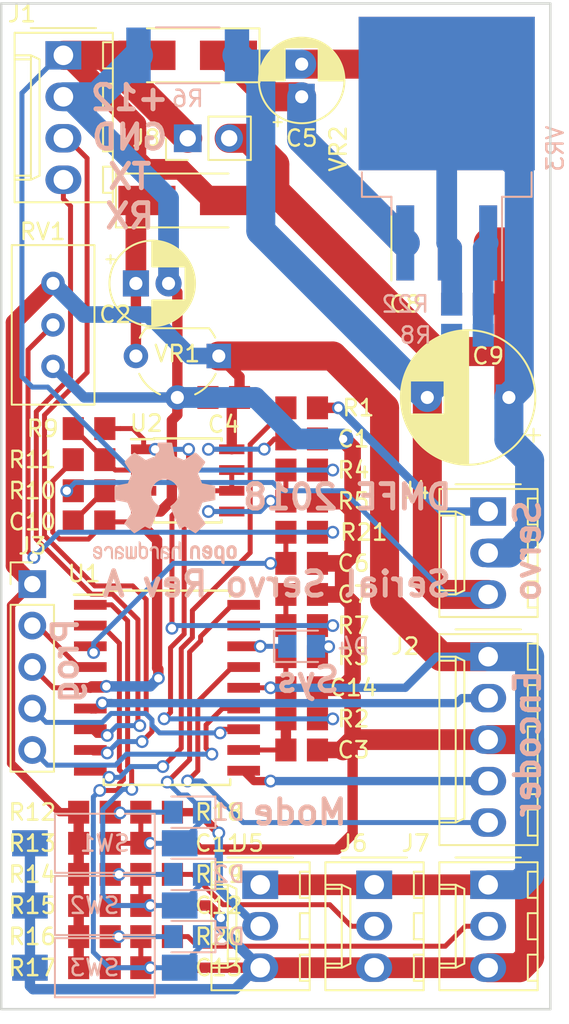
<source format=kicad_pcb>
(kicad_pcb (version 20171130) (host pcbnew "(5.0.0-rc2-80-gf95b77b)")
  (title_block (title "Serial Servo") (date 2018-05-04) (rev n/c) (company DMFE) (comment 1 "TTL Serial to R/C Servo w/ Encoder"))
  (layers (0 F.Cu signal) (31 B.Cu signal) (34 B.Paste user hide) (35 F.Paste user hide) (36 B.SilkS user) (37 F.SilkS user) (38 B.Mask user hide) (39 F.Mask user hide) (44 Edge.Cuts user))
  (net 0 "")
  (net 1 GND)
  (net 2 GNDA)
  (net 3 "Net-(C8-Pad1)")
  (net 4 +12V)
  (net 5 TX)
  (net 6 RX)
  (net 7 Enc_DO)
  (net 8 ENC_CLK)
  (net 9 ENC_CS)
  (net 10 +5V)
  (net 11 VPP)
  (net 12 PGC)
  (net 13 PGD)
  (net 14 ServoPWM)
  (net 15 /AN4)
  (net 16 SW1_LED1)
  (net 17 SW2_LED2)
  (net 18 SW3_LED3)
  (net 19 Batt_V)
  (net 20 "Net-(D4-Pad1)")
  (net 21 /AN0)
  (net 22 "Net-(R1-Pad1)")
  (net 23 "Net-(R7-Pad1)")
  (net 24 "Net-(R4-Pad2)")
  (net 25 "Net-(R2-Pad1)")
  (net 26 "Net-(C10-Pad1)")
  (net 27 "Net-(D1-Pad2)")
  (net 28 "Net-(D2-Pad2)")
  (net 29 "Net-(D3-Pad2)")
  (net 30 "Net-(D4-Pad2)")
  (net 31 "Net-(C2-Pad1)")
  (net 32 "Net-(C5-Pad1)")
  (net 33 "Net-(J5-Pad2)")
  (net 34 "Net-(J6-Pad2)")
  (net 35 "Net-(J7-Pad2)")
  (net 36 "Net-(R11-Pad2)")
  (net 37 "Net-(R21-Pad1)")
  (net 38 "Net-(R22-Pad2)")
  (module Capacitor_SMD:C_0805_2012Metric_Pad1.29x1.40mm_HandSolder (layer F.Cu) (at 104.775 106.045)
    (fp_text reference C1 (at 3.175 0) (layer F.SilkS))
    (fp_text value 0.1uF)
    (pad 1 smd rect (at -0.9675 0) (size 1.295 1.4) (layers F.Cu F.Paste F.Mask) (net 10 +5V))
    (pad 2 smd rect (at 0.9675 0) (size 1.295 1.4) (layers F.Cu F.Paste F.Mask) (net 1 GND))
  )
  (module Capacitor_THT:CP_Radial_D5.0mm_P2.00mm (layer F.Cu) (at 94.615 96.52)
    (fp_text reference C2 (at -1.27 1.905) (layer F.SilkS))
    (fp_text value 2.2uF)
    (pad 1 thru_hole rect (at 0 0) (size 1.6 1.6) (drill 0.8) (layers *.Cu *.Mask) (net 31 "Net-(C2-Pad1)"))
    (pad 2 thru_hole circle (at 2 0) (size 1.6 1.6) (drill 0.8) (layers *.Cu *.Mask) (net 1 GND))
  )
  (module Capacitor_SMD:C_0805_2012Metric_Pad1.29x1.40mm_HandSolder (layer F.Cu) (at 104.775 125.095)
    (fp_text reference C3 (at 3.175 0) (layer F.SilkS))
    (fp_text value 0.1uF)
    (pad 2 smd rect (at 0.9675 0) (size 1.295 1.4) (layers F.Cu F.Paste F.Mask) (net 1 GND))
    (pad 1 smd rect (at -0.9675 0) (size 1.295 1.4) (layers F.Cu F.Paste F.Mask) (net 19 Batt_V))
  )
  (module Capacitor_SMD:C_0805_2012Metric_Pad1.29x1.40mm_HandSolder (layer F.Cu) (at 99.9975 103.505 180)
    (fp_text reference C4 (at 0 -1.65 180) (layer F.SilkS))
    (fp_text value 0.1uF)
    (pad 1 smd rect (at -0.9675 0 180) (size 1.295 1.4) (layers F.Cu F.Paste F.Mask) (net 10 +5V))
    (pad 2 smd rect (at 0.9675 0 180) (size 1.295 1.4) (layers F.Cu F.Paste F.Mask) (net 1 GND))
  )
  (module Capacitor_THT:CP_Radial_D5.0mm_P2.00mm (layer F.Cu) (at 104.775 85.09 90)
    (fp_text reference C5 (at -2.54 0 180) (layer F.SilkS))
    (fp_text value 2.2uF)
    (pad 2 thru_hole circle (at 2 0 90) (size 1.6 1.6) (drill 0.8) (layers *.Cu *.Mask) (net 2 GNDA))
    (pad 1 thru_hole rect (at 0 0 90) (size 1.6 1.6) (drill 0.8) (layers *.Cu *.Mask) (net 32 "Net-(C5-Pad1)"))
  )
  (module Capacitor_SMD:C_0805_2012Metric_Pad1.29x1.40mm_HandSolder (layer F.Cu) (at 104.775 113.665)
    (fp_text reference C6 (at 3.175 0) (layer F.SilkS))
    (fp_text value 0.1uF)
    (pad 2 smd rect (at 0.9675 0) (size 1.295 1.4) (layers F.Cu F.Paste F.Mask) (net 1 GND))
    (pad 1 smd rect (at -0.9675 0) (size 1.295 1.4) (layers F.Cu F.Paste F.Mask) (net 15 /AN4))
  )
  (module Capacitor_SMD:C_0805_2012Metric_Pad1.29x1.40mm_HandSolder (layer F.Cu) (at 104.775 115.57)
    (fp_text reference C7 (at 3.175 0) (layer F.SilkS))
    (fp_text value 0.1uF)
    (pad 2 smd rect (at 0.9675 0) (size 1.295 1.4) (layers F.Cu F.Paste F.Mask) (net 1 GND))
    (pad 1 smd rect (at -0.9675 0) (size 1.295 1.4) (layers F.Cu F.Paste F.Mask) (net 21 /AN0))
  )
  (module Capacitor_SMD:C_0805_2012Metric_Pad1.29x1.40mm_HandSolder (layer F.Cu) (at 114.935 97.79 180)
    (fp_text reference C8 (at 3.81 0 180) (layer F.SilkS))
    (fp_text value 0.1uF)
    (pad 1 smd rect (at -0.9675 0 180) (size 1.295 1.4) (layers F.Cu F.Paste F.Mask) (net 3 "Net-(C8-Pad1)"))
    (pad 2 smd rect (at 0.9675 0 180) (size 1.295 1.4) (layers F.Cu F.Paste F.Mask) (net 2 GNDA))
  )
  (module Capacitor_THT:CP_Radial_D8.0mm_P5.00mm (layer F.Cu) (at 117.475 103.505 180)
    (fp_text reference C9 (at 1.27 2.54) (layer F.SilkS))
    (fp_text value 100uF)
    (pad 1 thru_hole rect (at 0 0 180) (size 1.6 1.6) (drill 0.8) (layers *.Cu *.Mask) (net 3 "Net-(C8-Pad1)"))
    (pad 2 thru_hole circle (at 5 0 180) (size 1.6 1.6) (drill 0.8) (layers *.Cu *.Mask) (net 2 GNDA))
  )
  (module Capacitor_SMD:C_0805_2012Metric_Pad1.29x1.40mm_HandSolder (layer F.Cu) (at 91.7425 111.125)
    (fp_text reference C10 (at -3.4775 0) (layer F.SilkS))
    (fp_text value 1uF)
    (pad 1 smd rect (at -0.9675 0) (size 1.295 1.4) (layers F.Cu F.Paste F.Mask) (net 26 "Net-(C10-Pad1)"))
    (pad 2 smd rect (at 0.9675 0) (size 1.295 1.4) (layers F.Cu F.Paste F.Mask) (net 1 GND))
  )
  (module Capacitor_SMD:C_0805_2012Metric_Pad1.29x1.40mm_HandSolder (layer F.Cu) (at 95.885 130.81)
    (fp_text reference C11 (at 3.81 0) (layer F.SilkS))
    (fp_text value 0.1uF)
    (pad 2 smd rect (at 0.9675 0) (size 1.295 1.4) (layers F.Cu F.Paste F.Mask) (net 1 GND))
    (pad 1 smd rect (at -0.9675 0) (size 1.295 1.4) (layers F.Cu F.Paste F.Mask) (net 16 SW1_LED1))
  )
  (module Capacitor_SMD:C_0805_2012Metric_Pad1.29x1.40mm_HandSolder (layer F.Cu) (at 95.885 134.62)
    (fp_text reference C12 (at 3.81 0) (layer F.SilkS))
    (fp_text value 0.1uF)
    (pad 2 smd rect (at 0.9675 0) (size 1.295 1.4) (layers F.Cu F.Paste F.Mask) (net 1 GND))
    (pad 1 smd rect (at -0.9675 0) (size 1.295 1.4) (layers F.Cu F.Paste F.Mask) (net 17 SW2_LED2))
  )
  (module Capacitor_SMD:C_0805_2012Metric_Pad1.29x1.40mm_HandSolder (layer F.Cu) (at 95.885 138.43)
    (fp_text reference C13 (at 3.81 0) (layer F.SilkS))
    (fp_text value 0.1uF)
    (pad 1 smd rect (at -0.9675 0) (size 1.295 1.4) (layers F.Cu F.Paste F.Mask) (net 18 SW3_LED3))
    (pad 2 smd rect (at 0.9675 0) (size 1.295 1.4) (layers F.Cu F.Paste F.Mask) (net 1 GND))
  )
  (module LED_SMD:LED_0805_2012Metric_Pad1.12x1.40mm_HandSolder (layer B.Cu) (at 97.79 128.905 180)
    (fp_text reference D1 (at -2.54 0 180) (layer B.SilkS) (effects (justify mirror)))
    (fp_text value LED)
    (pad 2 smd rect (at 0.88 0 180) (size 1.12 1.4) (layers B.Cu B.Paste B.Mask) (net 27 "Net-(D1-Pad2)"))
    (pad 1 smd rect (at -0.88 0 180) (size 1.12 1.4) (layers B.Cu B.Paste B.Mask) (net 16 SW1_LED1))
  )
  (module LED_SMD:LED_0805_2012Metric_Pad1.12x1.40mm_HandSolder (layer B.Cu) (at 97.79 132.715 180)
    (fp_text reference D2 (at -2.54 0 180) (layer B.SilkS) (effects (justify mirror)))
    (fp_text value LED)
    (pad 1 smd rect (at -0.88 0 180) (size 1.12 1.4) (layers B.Cu B.Paste B.Mask) (net 17 SW2_LED2))
    (pad 2 smd rect (at 0.88 0 180) (size 1.12 1.4) (layers B.Cu B.Paste B.Mask) (net 28 "Net-(D2-Pad2)"))
  )
  (module LED_SMD:LED_0805_2012Metric_Pad1.12x1.40mm_HandSolder (layer B.Cu) (at 97.79 136.525 180)
    (fp_text reference D3 (at -2.54 0 180) (layer B.SilkS) (effects (justify mirror)))
    (fp_text value LED)
    (pad 1 smd rect (at -0.88 0 180) (size 1.12 1.4) (layers B.Cu B.Paste B.Mask) (net 18 SW3_LED3))
    (pad 2 smd rect (at 0.88 0 180) (size 1.12 1.4) (layers B.Cu B.Paste B.Mask) (net 29 "Net-(D3-Pad2)"))
  )
  (module LED_SMD:LED_0805_2012Metric_Pad1.12x1.40mm_HandSolder (layer B.Cu) (at 104.775 118.745)
    (fp_text reference D4 (at 3.175 0) (layer B.SilkS) (effects (justify mirror)))
    (fp_text value LED)
    (pad 2 smd rect (at 0.88 0) (size 1.12 1.4) (layers B.Cu B.Paste B.Mask) (net 30 "Net-(D4-Pad2)"))
    (pad 1 smd rect (at -0.88 0) (size 1.12 1.4) (layers B.Cu B.Paste B.Mask) (net 20 "Net-(D4-Pad1)"))
  )
  (module Diode_SMD:D_SMA_Handsoldering (layer F.Cu) (at 97.79 91.44)
    (fp_text reference D5 hide)
    (fp_text value D)
    (pad 2 smd rect (at 2.5 0) (size 3.5 1.8) (layers F.Cu F.Paste F.Mask) (net 4 +12V))
    (pad 1 smd rect (at -2.5 0) (size 3.5 1.8) (layers F.Cu F.Paste F.Mask) (net 31 "Net-(C2-Pad1)"))
  )
  (module Diode_SMD:D_SMA_Handsoldering (layer F.Cu) (at 97.79 82.55 180)
    (fp_text reference D6 hide)
    (fp_text value D)
    (pad 1 smd rect (at -2.5 0 180) (size 3.5 1.8) (layers F.Cu F.Paste F.Mask) (net 32 "Net-(C5-Pad1)"))
    (pad 2 smd rect (at 2.5 0 180) (size 3.5 1.8) (layers F.Cu F.Paste F.Mask) (net 4 +12V))
  )
  (module Connector_Molex:Molex_KK-254_AE-6410-04A_1x04_P2.54mm_Vertical (layer F.Cu) (at 90.17 82.55 270)
    (fp_text reference J1 (at -2.54 2.54) (layer F.SilkS))
    (fp_text value Conn_01x04)
    (pad 1 thru_hole rect (at 0 0 270) (size 1.74 2.2) (drill 1.2) (layers *.Cu *.Mask) (net 4 +12V))
    (pad 2 thru_hole oval (at 2.54 0 270) (size 1.74 2.2) (drill 1.2) (layers *.Cu *.Mask) (net 1 GND))
    (pad 3 thru_hole oval (at 5.08 0 270) (size 1.74 2.2) (drill 1.2) (layers *.Cu *.Mask) (net 5 TX))
    (pad 4 thru_hole oval (at 7.62 0 270) (size 1.74 2.2) (drill 1.2) (layers *.Cu *.Mask) (net 6 RX))
  )
  (module Connector_PinHeader_2.54mm:PinHeader_1x05_P2.54mm_Vertical (layer F.Cu) (at 88.265 114.935)
    (fp_text reference J3 (at 0 -2.33) (layer F.SilkS))
    (fp_text value Conn_01x05)
    (pad 1 thru_hole rect (at 0 0) (size 1.7 1.7) (drill 1) (layers *.Cu *.Mask) (net 10 +5V))
    (pad 2 thru_hole oval (at 0 2.54) (size 1.7 1.7) (drill 1) (layers *.Cu *.Mask) (net 11 VPP))
    (pad 3 thru_hole oval (at 0 5.08) (size 1.7 1.7) (drill 1) (layers *.Cu *.Mask) (net 1 GND))
    (pad 4 thru_hole oval (at 0 7.62) (size 1.7 1.7) (drill 1) (layers *.Cu *.Mask) (net 12 PGC))
    (pad 5 thru_hole oval (at 0 10.16) (size 1.7 1.7) (drill 1) (layers *.Cu *.Mask) (net 13 PGD))
  )
  (module Connector_Molex:Molex_KK-254_AE-6410-05A_1x05_P2.54mm_Vertical (layer F.Cu) (at 116.205 119.38 270)
    (fp_text reference J2 (at -0.635 5.08) (layer F.SilkS))
    (fp_text value Conn_01x05)
    (pad 1 thru_hole rect (at 0 0 270) (size 1.74 2.2) (drill 1.2) (layers *.Cu *.Mask) (net 10 +5V))
    (pad 2 thru_hole oval (at 2.54 0 270) (size 1.74 2.2) (drill 1.2) (layers *.Cu *.Mask) (net 9 ENC_CS))
    (pad 3 thru_hole oval (at 5.08 0 270) (size 1.74 2.2) (drill 1.2) (layers *.Cu *.Mask) (net 1 GND))
    (pad 4 thru_hole oval (at 7.62 0 270) (size 1.74 2.2) (drill 1.2) (layers *.Cu *.Mask) (net 8 ENC_CLK))
    (pad 5 thru_hole oval (at 10.16 0 270) (size 1.74 2.2) (drill 1.2) (layers *.Cu *.Mask) (net 7 Enc_DO))
  )
  (module Connector_Molex:Molex_KK-254_AE-6410-03A_1x03_P2.54mm_Vertical (layer F.Cu) (at 116.205 110.49 270)
    (fp_text reference J4 (at -1.27 4.445) (layer F.SilkS))
    (fp_text value Conn_01x03)
    (pad 1 thru_hole rect (at 0 0 270) (size 1.74 2.2) (drill 1.2) (layers *.Cu *.Mask) (net 14 ServoPWM))
    (pad 2 thru_hole oval (at 2.54 0 270) (size 1.74 2.2) (drill 1.2) (layers *.Cu *.Mask) (net 3 "Net-(C8-Pad1)"))
    (pad 3 thru_hole oval (at 5.08 0 270) (size 1.74 2.2) (drill 1.2) (layers *.Cu *.Mask) (net 2 GNDA))
  )
  (module Connector_Molex:Molex_KK-254_AE-6410-03A_1x03_P2.54mm_Vertical (layer F.Cu) (at 102.235 133.35 270)
    (fp_text reference J5 (at -2.54 0.635) (layer F.SilkS))
    (fp_text value Conn_01x03)
    (pad 3 thru_hole oval (at 5.08 0 270) (size 1.74 2.2) (drill 1.2) (layers *.Cu *.Mask) (net 1 GND))
    (pad 2 thru_hole oval (at 2.54 0 270) (size 1.74 2.2) (drill 1.2) (layers *.Cu *.Mask) (net 33 "Net-(J5-Pad2)"))
    (pad 1 thru_hole rect (at 0 0 270) (size 1.74 2.2) (drill 1.2) (layers *.Cu *.Mask) (net 10 +5V))
  )
  (module Connector_Molex:Molex_KK-254_AE-6410-03A_1x03_P2.54mm_Vertical (layer F.Cu) (at 109.22 133.35 270)
    (fp_text reference J6 (at -2.54 1.27) (layer F.SilkS))
    (fp_text value Conn_01x03)
    (pad 1 thru_hole rect (at 0 0 270) (size 1.74 2.2) (drill 1.2) (layers *.Cu *.Mask) (net 10 +5V))
    (pad 2 thru_hole oval (at 2.54 0 270) (size 1.74 2.2) (drill 1.2) (layers *.Cu *.Mask) (net 34 "Net-(J6-Pad2)"))
    (pad 3 thru_hole oval (at 5.08 0 270) (size 1.74 2.2) (drill 1.2) (layers *.Cu *.Mask) (net 1 GND))
  )
  (module Connector_Molex:Molex_KK-254_AE-6410-03A_1x03_P2.54mm_Vertical (layer F.Cu) (at 116.205 133.35 270)
    (fp_text reference J7 (at -2.54 4.445) (layer F.SilkS))
    (fp_text value Conn_01x03)
    (pad 3 thru_hole oval (at 5.08 0 270) (size 1.74 2.2) (drill 1.2) (layers *.Cu *.Mask) (net 1 GND))
    (pad 2 thru_hole oval (at 2.54 0 270) (size 1.74 2.2) (drill 1.2) (layers *.Cu *.Mask) (net 35 "Net-(J7-Pad2)"))
    (pad 1 thru_hole rect (at 0 0 270) (size 1.74 2.2) (drill 1.2) (layers *.Cu *.Mask) (net 10 +5V))
  )
  (module Resistor_SMD:R_0805_2012Metric_Pad1.29x1.40mm_HandSolder (layer F.Cu) (at 104.775 104.14)
    (fp_text reference R1 (at 3.4775 0) (layer F.SilkS))
    (fp_text value 220R)
    (pad 2 smd rect (at 0.9675 0) (size 1.295 1.4) (layers F.Cu F.Paste F.Mask) (net 14 ServoPWM))
    (pad 1 smd rect (at -0.9675 0) (size 1.295 1.4) (layers F.Cu F.Paste F.Mask) (net 22 "Net-(R1-Pad1)"))
  )
  (module Resistor_SMD:R_0805_2012Metric_Pad1.29x1.40mm_HandSolder (layer F.Cu) (at 104.775 123.19 180)
    (fp_text reference R2 (at -3.175 0 180) (layer F.SilkS))
    (fp_text value 1K0)
    (pad 1 smd rect (at -0.9675 0 180) (size 1.295 1.4) (layers F.Cu F.Paste F.Mask) (net 25 "Net-(R2-Pad1)"))
    (pad 2 smd rect (at 0.9675 0 180) (size 1.295 1.4) (layers F.Cu F.Paste F.Mask) (net 19 Batt_V))
  )
  (module Resistor_SMD:R_0805_2012Metric_Pad1.29x1.40mm_HandSolder (layer F.Cu) (at 104.775 119.38 180)
    (fp_text reference R3 (at -3.175 0 180) (layer F.SilkS))
    (fp_text value 1K0)
    (pad 2 smd rect (at 0.9675 0 180) (size 1.295 1.4) (layers F.Cu F.Paste F.Mask) (net 10 +5V))
    (pad 1 smd rect (at -0.9675 0 180) (size 1.295 1.4) (layers F.Cu F.Paste F.Mask) (net 30 "Net-(D4-Pad2)"))
  )
  (module Resistor_SMD:R_0805_2012Metric_Pad1.29x1.40mm_HandSolder (layer F.Cu) (at 104.775 107.95 180)
    (fp_text reference R4 (at -3.175 0 180) (layer F.SilkS))
    (fp_text value 100K)
    (pad 1 smd rect (at -0.9675 0 180) (size 1.295 1.4) (layers F.Cu F.Paste F.Mask) (net 4 +12V))
    (pad 2 smd rect (at 0.9675 0 180) (size 1.295 1.4) (layers F.Cu F.Paste F.Mask) (net 24 "Net-(R4-Pad2)"))
  )
  (module Resistor_SMD:R_0805_2012Metric_Pad1.29x1.40mm_HandSolder (layer F.Cu) (at 104.775 109.855 180)
    (fp_text reference R5 (at -3.175 0 180) (layer F.SilkS))
    (fp_text value 10K)
    (pad 2 smd rect (at 0.9675 0 180) (size 1.295 1.4) (layers F.Cu F.Paste F.Mask) (net 24 "Net-(R4-Pad2)"))
    (pad 1 smd rect (at -0.9675 0 180) (size 1.295 1.4) (layers F.Cu F.Paste F.Mask) (net 1 GND))
  )
  (module Resistor_SMD:R_0805_2012Metric_Pad1.29x1.40mm_HandSolder (layer F.Cu) (at 104.775 117.475 180)
    (fp_text reference R7 (at -3.175 0 180) (layer F.SilkS))
    (fp_text value 1K0)
    (pad 1 smd rect (at -0.9675 0 180) (size 1.295 1.4) (layers F.Cu F.Paste F.Mask) (net 23 "Net-(R7-Pad1)"))
    (pad 2 smd rect (at 0.9675 0 180) (size 1.295 1.4) (layers F.Cu F.Paste F.Mask) (net 21 /AN0))
  )
  (module Resistor_SMD:R_0805_2012Metric_Pad1.29x1.40mm_HandSolder (layer F.Cu) (at 91.7425 105.41)
    (fp_text reference R9 (at -2.8425 0) (layer F.SilkS))
    (fp_text value 100K)
    (pad 2 smd rect (at 0.9675 0) (size 1.295 1.4) (layers F.Cu F.Paste F.Mask) (net 23 "Net-(R7-Pad1)"))
    (pad 1 smd rect (at -0.9675 0) (size 1.295 1.4) (layers F.Cu F.Paste F.Mask) (net 36 "Net-(R11-Pad2)"))
  )
  (module Resistor_SMD:R_0805_2012Metric_Pad1.29x1.40mm_HandSolder (layer F.Cu) (at 91.7425 109.22)
    (fp_text reference R10 (at -3.4775 0) (layer F.SilkS))
    (fp_text value 47K)
    (pad 1 smd rect (at -0.9675 0) (size 1.295 1.4) (layers F.Cu F.Paste F.Mask) (net 2 GNDA))
    (pad 2 smd rect (at 0.9675 0) (size 1.295 1.4) (layers F.Cu F.Paste F.Mask) (net 26 "Net-(C10-Pad1)"))
  )
  (module Resistor_SMD:R_0805_2012Metric_Pad1.29x1.40mm_HandSolder (layer F.Cu) (at 91.7425 107.315)
    (fp_text reference R11 (at -3.4775 0) (layer F.SilkS))
    (fp_text value 10K)
    (pad 1 smd rect (at -0.9675 0) (size 1.295 1.4) (layers F.Cu F.Paste F.Mask) (net 1 GND))
    (pad 2 smd rect (at 0.9675 0) (size 1.295 1.4) (layers F.Cu F.Paste F.Mask) (net 36 "Net-(R11-Pad2)"))
  )
  (module Resistor_SMD:R_0805_2012Metric_Pad1.29x1.40mm_HandSolder (layer F.Cu) (at 92.075 128.905)
    (fp_text reference R12 (at -3.81 0) (layer F.SilkS))
    (fp_text value 1K0)
    (pad 1 smd rect (at -0.9675 0) (size 1.295 1.4) (layers F.Cu F.Paste F.Mask) (net 10 +5V))
    (pad 2 smd rect (at 0.9675 0) (size 1.295 1.4) (layers F.Cu F.Paste F.Mask) (net 27 "Net-(D1-Pad2)"))
  )
  (module Resistor_SMD:R_0805_2012Metric_Pad1.29x1.40mm_HandSolder (layer F.Cu) (at 92.075 130.81)
    (fp_text reference R13 (at -3.81 0) (layer F.SilkS))
    (fp_text value 47K)
    (pad 2 smd rect (at 0.9675 0) (size 1.295 1.4) (layers F.Cu F.Paste F.Mask) (net 16 SW1_LED1))
    (pad 1 smd rect (at -0.9675 0) (size 1.295 1.4) (layers F.Cu F.Paste F.Mask) (net 10 +5V))
  )
  (module Resistor_SMD:R_0805_2012Metric_Pad1.29x1.40mm_HandSolder (layer F.Cu) (at 92.075 132.715)
    (fp_text reference R14 (at -3.81 0) (layer F.SilkS))
    (fp_text value 1K0)
    (pad 2 smd rect (at 0.9675 0) (size 1.295 1.4) (layers F.Cu F.Paste F.Mask) (net 28 "Net-(D2-Pad2)"))
    (pad 1 smd rect (at -0.9675 0) (size 1.295 1.4) (layers F.Cu F.Paste F.Mask) (net 10 +5V))
  )
  (module Resistor_SMD:R_0805_2012Metric_Pad1.29x1.40mm_HandSolder (layer F.Cu) (at 92.075 134.62)
    (fp_text reference R15 (at -3.81 0) (layer F.SilkS))
    (fp_text value 47K)
    (pad 1 smd rect (at -0.9675 0) (size 1.295 1.4) (layers F.Cu F.Paste F.Mask) (net 10 +5V))
    (pad 2 smd rect (at 0.9675 0) (size 1.295 1.4) (layers F.Cu F.Paste F.Mask) (net 17 SW2_LED2))
  )
  (module Resistor_SMD:R_0805_2012Metric_Pad1.29x1.40mm_HandSolder (layer F.Cu) (at 92.075 136.525)
    (fp_text reference R16 (at -3.81 0) (layer F.SilkS))
    (fp_text value 1K0)
    (pad 2 smd rect (at 0.9675 0) (size 1.295 1.4) (layers F.Cu F.Paste F.Mask) (net 29 "Net-(D3-Pad2)"))
    (pad 1 smd rect (at -0.9675 0) (size 1.295 1.4) (layers F.Cu F.Paste F.Mask) (net 10 +5V))
  )
  (module Resistor_SMD:R_0805_2012Metric_Pad1.29x1.40mm_HandSolder (layer F.Cu) (at 92.075 138.43)
    (fp_text reference R17 (at -3.81 0) (layer F.SilkS))
    (fp_text value 47K)
    (pad 1 smd rect (at -0.9675 0) (size 1.295 1.4) (layers F.Cu F.Paste F.Mask) (net 10 +5V))
    (pad 2 smd rect (at 0.9675 0) (size 1.295 1.4) (layers F.Cu F.Paste F.Mask) (net 18 SW3_LED3))
  )
  (module Resistor_SMD:R_0805_2012Metric_Pad1.29x1.40mm_HandSolder (layer F.Cu) (at 95.885 128.905 180)
    (fp_text reference R18 (at -3.81 0 180) (layer F.SilkS))
    (fp_text value 1K0)
    (pad 2 smd rect (at 0.9675 0 180) (size 1.295 1.4) (layers F.Cu F.Paste F.Mask) (net 16 SW1_LED1))
    (pad 1 smd rect (at -0.9675 0 180) (size 1.295 1.4) (layers F.Cu F.Paste F.Mask) (net 33 "Net-(J5-Pad2)"))
  )
  (module Resistor_SMD:R_0805_2012Metric_Pad1.29x1.40mm_HandSolder (layer F.Cu) (at 95.885 132.715 180)
    (fp_text reference R19 (at -3.81 0 180) (layer F.SilkS))
    (fp_text value 1K0)
    (pad 1 smd rect (at -0.9675 0 180) (size 1.295 1.4) (layers F.Cu F.Paste F.Mask) (net 34 "Net-(J6-Pad2)"))
    (pad 2 smd rect (at 0.9675 0 180) (size 1.295 1.4) (layers F.Cu F.Paste F.Mask) (net 17 SW2_LED2))
  )
  (module Resistor_SMD:R_0805_2012Metric_Pad1.29x1.40mm_HandSolder (layer F.Cu) (at 95.885 136.525 180)
    (fp_text reference R20 (at -3.81 0 180) (layer F.SilkS))
    (fp_text value 1K0)
    (pad 2 smd rect (at 0.9675 0 180) (size 1.295 1.4) (layers F.Cu F.Paste F.Mask) (net 18 SW3_LED3))
    (pad 1 smd rect (at -0.9675 0 180) (size 1.295 1.4) (layers F.Cu F.Paste F.Mask) (net 35 "Net-(J7-Pad2)"))
  )
  (module Resistor_SMD:R_0805_2012Metric_Pad1.29x1.40mm_HandSolder (layer F.Cu) (at 104.775 111.76 180)
    (fp_text reference R21 (at -3.81 0 180) (layer F.SilkS))
    (fp_text value 1K0)
    (pad 1 smd rect (at -0.9675 0 180) (size 1.295 1.4) (layers F.Cu F.Paste F.Mask) (net 37 "Net-(R21-Pad1)"))
    (pad 2 smd rect (at 0.9675 0 180) (size 1.295 1.4) (layers F.Cu F.Paste F.Mask) (net 15 /AN4))
  )
  (module Potentiometer_THT:Potentiometer_Bourns_3296W_Vertical (layer F.Cu) (at 89.535 96.52 90)
    (fp_text reference RV1 (at 3.175 -0.635 180) (layer F.SilkS))
    (fp_text value 20K)
    (pad 1 thru_hole circle (at 0 0 90) (size 1.44 1.44) (drill 0.8) (layers *.Cu *.Mask) (net 10 +5V))
    (pad 2 thru_hole circle (at -2.54 0 90) (size 1.44 1.44) (drill 0.8) (layers *.Cu *.Mask) (net 37 "Net-(R21-Pad1)"))
    (pad 3 thru_hole circle (at -5.08 0 90) (size 1.44 1.44) (drill 0.8) (layers *.Cu *.Mask) (net 1 GND))
  )
  (module Button_Switch_SMD:SW_SPST_FSMSM (layer B.Cu) (at 92.71 130.81)
    (fp_text reference SW1 (at 0 0) (layer B.SilkS) (effects (justify mirror)))
    (fp_text value SW_Push)
    (pad 1 smd rect (at -4.59 0) (size 2.18 1.6) (layers B.Cu B.Paste B.Mask) (net 1 GND))
    (pad 2 smd rect (at 4.59 0) (size 2.18 1.6) (layers B.Cu B.Paste B.Mask) (net 16 SW1_LED1))
  )
  (module Button_Switch_SMD:SW_SPST_FSMSM (layer B.Cu) (at 92.71 134.62)
    (fp_text reference SW2 (at -0.635 0) (layer B.SilkS) (effects (justify mirror)))
    (fp_text value SW_Push)
    (pad 2 smd rect (at 4.59 0) (size 2.18 1.6) (layers B.Cu B.Paste B.Mask) (net 17 SW2_LED2))
    (pad 1 smd rect (at -4.59 0) (size 2.18 1.6) (layers B.Cu B.Paste B.Mask) (net 1 GND))
  )
  (module Button_Switch_SMD:SW_SPST_FSMSM (layer B.Cu) (at 92.71 138.43)
    (fp_text reference SW3 (at -0.635 0) (layer B.SilkS) (effects (justify mirror)))
    (fp_text value SW_Push)
    (pad 1 smd rect (at -4.59 0) (size 2.18 1.6) (layers B.Cu B.Paste B.Mask) (net 1 GND))
    (pad 2 smd rect (at 4.59 0) (size 2.18 1.6) (layers B.Cu B.Paste B.Mask) (net 18 SW3_LED3))
  )
  (module Package_SO:SOIC-8_3.9x4.9mm_P1.27mm (layer F.Cu) (at 97.79 108.585)
    (fp_text reference U2 (at -2.54 -3.5) (layer F.SilkS))
    (fp_text value LM358A)
    (pad 1 smd rect (at -2.7 -1.905) (size 1.55 0.6) (layers F.Cu F.Paste F.Mask) (net 23 "Net-(R7-Pad1)"))
    (pad 2 smd rect (at -2.7 -0.635) (size 1.55 0.6) (layers F.Cu F.Paste F.Mask) (net 36 "Net-(R11-Pad2)"))
    (pad 3 smd rect (at -2.7 0.635) (size 1.55 0.6) (layers F.Cu F.Paste F.Mask) (net 26 "Net-(C10-Pad1)"))
    (pad 4 smd rect (at -2.7 1.905) (size 1.55 0.6) (layers F.Cu F.Paste F.Mask) (net 1 GND))
    (pad 5 smd rect (at 2.7 1.905) (size 1.55 0.6) (layers F.Cu F.Paste F.Mask) (net 24 "Net-(R4-Pad2)"))
    (pad 6 smd rect (at 2.7 0.635) (size 1.55 0.6) (layers F.Cu F.Paste F.Mask) (net 25 "Net-(R2-Pad1)"))
    (pad 7 smd rect (at 2.7 -0.635) (size 1.55 0.6) (layers F.Cu F.Paste F.Mask) (net 25 "Net-(R2-Pad1)"))
    (pad 8 smd rect (at 2.7 -1.905) (size 1.55 0.6) (layers F.Cu F.Paste F.Mask) (net 10 +5V))
  )
  (module Connector_PinHeader_2.54mm:PinHeader_1x02_P2.54mm_Vertical (layer F.Cu) (at 97.79 87.63 90)
    (fp_text reference J8 (at 0 -2.54 180) (layer F.SilkS))
    (fp_text value Conn_01x02)
    (pad 1 thru_hole rect (at 0 0 90) (size 1.7 1.7) (drill 1) (layers *.Cu *.Mask) (net 4 +12V))
    (pad 2 thru_hole oval (at 0 2.54 90) (size 1.7 1.7) (drill 1) (layers *.Cu *.Mask) (net 3 "Net-(C8-Pad1)"))
  )
  (module Resistor_SMD:R_0805_2012Metric_Pad1.29x1.40mm_HandSolder (layer B.Cu) (at 114.935 99.695 180)
    (fp_text reference R8 (at 3.175 0 180) (layer B.SilkS) (effects (justify mirror)))
    (fp_text value RRR)
    (pad 1 smd rect (at -0.9675 0 180) (size 1.295 1.4) (layers B.Cu B.Paste B.Mask) (net 38 "Net-(R22-Pad2)"))
    (pad 2 smd rect (at 0.9675 0 180) (size 1.295 1.4) (layers B.Cu B.Paste B.Mask) (net 2 GNDA))
  )
  (module Resistor_SMD:R_0805_2012Metric_Pad1.29x1.40mm_HandSolder (layer B.Cu) (at 114.935 97.79)
    (fp_text reference R22 (at -3.81 0) (layer B.SilkS) (effects (justify mirror)))
    (fp_text value 120R)
    (pad 2 smd rect (at 0.9675 0) (size 1.295 1.4) (layers B.Cu B.Paste B.Mask) (net 38 "Net-(R22-Pad2)"))
    (pad 1 smd rect (at -0.9675 0) (size 1.295 1.4) (layers B.Cu B.Paste B.Mask) (net 3 "Net-(C8-Pad1)"))
  )
  (module Package_TO_SOT_THT:TO-92L_Wide (layer F.Cu) (at 99.695 100.965 180)
    (fp_text reference VR1 (at 2.55 0.1375 180) (layer F.SilkS))
    (fp_text value L78L05_TO92)
    (pad 2 thru_hole circle (at 2.54 -2.54 270) (size 1.5 1.5) (drill 0.8) (layers *.Cu *.Mask) (net 1 GND))
    (pad 3 thru_hole circle (at 5.08 0 270) (size 1.5 1.5) (drill 0.8) (layers *.Cu *.Mask) (net 31 "Net-(C2-Pad1)"))
    (pad 1 thru_hole rect (at 0 0 270) (size 1.5 1.5) (drill 0.8) (layers *.Cu *.Mask) (net 10 +5V))
  )
  (module Package_TO_SOT_SMD:TO-263-3_TabPin2 (layer F.Cu) (at 113.665 88.265 90)
    (fp_text reference VR2 (at 0 -6.65 90) (layer F.SilkS))
    (fp_text value LM7805_TO220)
    (pad 2 smd rect (at 3.375 0 90) (size 9.4 10.8) (layers F.Cu F.Mask) (net 2 GNDA))
    (pad 3 smd rect (at -5.775 2.54 90) (size 4.6 1.1) (layers F.Cu F.Paste F.Mask) (net 3 "Net-(C8-Pad1)"))
    (pad 2 smd rect (at -5.775 0 90) (size 4.6 1.1) (layers F.Cu F.Paste F.Mask) (net 2 GNDA))
    (pad 1 smd rect (at -5.775 -2.54 90) (size 4.6 1.1) (layers F.Cu F.Paste F.Mask) (net 32 "Net-(C5-Pad1)"))
  )
  (module Package_TO_SOT_SMD:TO-263-3_TabPin2 (layer B.Cu) (at 113.665 88.265 90)
    (fp_text reference VR3 (at 0 6.65 90) (layer B.SilkS) (effects (justify mirror)))
    (fp_text value LD1085)
    (pad 1 smd rect (at -5.775 2.54 90) (size 4.6 1.1) (layers B.Cu B.Paste B.Mask) (net 38 "Net-(R22-Pad2)"))
    (pad 2 smd rect (at -5.775 0 90) (size 4.6 1.1) (layers B.Cu B.Paste B.Mask) (net 3 "Net-(C8-Pad1)"))
    (pad 3 smd rect (at -5.775 -2.54 90) (size 4.6 1.1) (layers B.Cu B.Paste B.Mask) (net 32 "Net-(C5-Pad1)"))
    (pad 2 smd rect (at 3.375 0 90) (size 9.4 10.8) (layers B.Cu B.Mask) (net 3 "Net-(C8-Pad1)"))
  )
  (module Resistor_SMD:R_2512_6332Metric_Pad1.49x3.40mm_HandSolder (layer B.Cu) (at 97.79 82.55)
    (fp_text reference R6 (at 0 2.65) (layer B.SilkS) (effects (justify mirror)))
    (fp_text value 1R0)
    (pad 1 smd rect (at -3.0175 0) (size 1.495 3.4) (layers B.Cu B.Paste B.Mask) (net 1 GND))
    (pad 2 smd rect (at 3.0175 0) (size 1.495 3.4) (layers B.Cu B.Paste B.Mask) (net 2 GNDA))
  )
  (module Package_SO:SOIC-18W_7.5x11.6mm_P1.27mm (layer F.Cu) (at 96.52 121.285)
    (fp_text reference U1 (at -5.08 -6.985) (layer F.SilkS))
    (fp_text value PIC16F1847-ISO)
    (pad 1 smd rect (at -4.7 -5.08) (size 2 0.6) (layers F.Cu F.Paste F.Mask) (net 17 SW2_LED2))
    (pad 2 smd rect (at -4.7 -3.81) (size 2 0.6) (layers F.Cu F.Paste F.Mask) (net 18 SW3_LED3))
    (pad 3 smd rect (at -4.7 -2.54) (size 2 0.6) (layers F.Cu F.Paste F.Mask) (net 15 /AN4))
    (pad 4 smd rect (at -4.7 -1.27) (size 2 0.6) (layers F.Cu F.Paste F.Mask) (net 11 VPP))
    (pad 5 smd rect (at -4.7 0) (size 2 0.6) (layers F.Cu F.Paste F.Mask) (net 1 GND))
    (pad 6 smd rect (at -4.7 1.27) (size 2 0.6) (layers F.Cu F.Paste F.Mask) (net 9 ENC_CS))
    (pad 7 smd rect (at -4.7 2.54) (size 2 0.6) (layers F.Cu F.Paste F.Mask) (net 6 RX))
    (pad 8 smd rect (at -4.7 3.81) (size 2 0.6) (layers F.Cu F.Paste F.Mask) (net 5 TX))
    (pad 9 smd rect (at -4.7 5.08) (size 2 0.6) (layers F.Cu F.Paste F.Mask) (net 22 "Net-(R1-Pad1)"))
    (pad 10 smd rect (at 4.7 5.08) (size 2 0.6) (layers F.Cu F.Paste F.Mask) (net 8 ENC_CLK))
    (pad 11 smd rect (at 4.7 3.81) (size 2 0.6) (layers F.Cu F.Paste F.Mask) (net 19 Batt_V))
    (pad 12 smd rect (at 4.7 2.54) (size 2 0.6) (layers F.Cu F.Paste F.Mask) (net 12 PGC))
    (pad 13 smd rect (at 4.7 1.27) (size 2 0.6) (layers F.Cu F.Paste F.Mask) (net 13 PGD))
    (pad 14 smd rect (at 4.7 0) (size 2 0.6) (layers F.Cu F.Paste F.Mask) (net 10 +5V))
    (pad 15 smd rect (at 4.7 -1.27) (size 2 0.6) (layers F.Cu F.Paste F.Mask) (net 7 Enc_DO))
    (pad 16 smd rect (at 4.7 -2.54) (size 2 0.6) (layers F.Cu F.Paste F.Mask) (net 20 "Net-(D4-Pad1)"))
    (pad 17 smd rect (at 4.7 -3.81) (size 2 0.6) (layers F.Cu F.Paste F.Mask) (net 21 /AN0))
    (pad 18 smd rect (at 4.7 -5.08) (size 2 0.6) (layers F.Cu F.Paste F.Mask) (net 16 SW1_LED1))
  )
  (module Capacitor_SMD:C_0805_2012Metric_Pad1.29x1.40mm_HandSolder (layer F.Cu) (at 104.775 121.285)
    (fp_text reference C14 (at 3.175 0) (layer F.SilkS))
    (fp_text value 0.1uF)
    (pad 1 smd rect (at -0.9675 0) (size 1.295 1.4) (layers F.Cu F.Paste F.Mask) (net 10 +5V))
    (pad 2 smd rect (at 0.9675 0) (size 1.295 1.4) (layers F.Cu F.Paste F.Mask) (net 1 GND))
  )
  (module Symbol:OSHW-Logo2_9.8x8mm_SilkScreen (layer B.Cu) (at 96.393 109.982 180)
    (fp_text reference REF** hide)
    (fp_text value OSHW-Logo2_9.8x8mm_SilkScreen hide)
  )
  (gr_text "+12\nGND\nTX\nRX" (at 94.234 88.773) (layer B.SilkS) (effects (font (size 1.5 1.5) (thickness 0.3)) (justify mirror)))
  (gr_text Servo (at 118.618 112.903 90) (layer B.SilkS) (effects (font (size 1.5 1.5) (thickness 0.3)) (justify mirror)))
  (gr_text Encoder (at 118.618 124.714 90) (layer B.SilkS) (effects (font (size 1.5 1.5) (thickness 0.3)) (justify mirror)))
  (gr_text Prog (at 90.297 119.634 90) (layer B.SilkS) (effects (font (size 1.5 1.5) (thickness 0.3)) (justify mirror)))
  (gr_text "Serial Servo Rev A" (at 103.251 114.935) (layer B.SilkS) (effects (font (size 1.5 1.5) (thickness 0.3)) (justify mirror)))
  (gr_text "DMFE 2018" (at 107.569 109.601) (layer B.SilkS) (effects (font (size 1.5 1.5) (thickness 0.3)) (justify mirror)))
  (gr_text Mode (at 104.648 128.905) (layer B.SilkS) (effects (font (size 1.5 1.5) (thickness 0.3)) (justify mirror)))
  (gr_text Sys (at 105.156 120.777) (layer B.SilkS) (effects (font (size 1.5 1.5) (thickness 0.3)) (justify mirror)))
  (gr_line (start 120.015 140.97) (end 86.36 140.97) (layer Edge.Cuts) (width 0.15))
  (gr_line (start 120.015 79.375) (end 120.015 140.97) (layer Edge.Cuts) (width 0.15))
  (gr_line (start 86.36 79.375) (end 120.015 79.375) (layer Edge.Cuts) (width 0.15))
  (gr_line (start 86.36 140.97) (end 86.36 79.375) (layer Edge.Cuts) (width 0.15))
  (segment (start 99.03 103.505) (end 97.155 103.505) (width 0.635) (layer F.Cu) (net 1))
  (segment (start 97.155 97.06) (end 96.615 96.52) (width 0.635) (layer F.Cu) (net 1))
  (segment (start 97.155 103.505) (end 97.155 97.06) (width 0.635) (layer F.Cu) (net 1))
  (segment (start 94.455 111.125) (end 95.09 110.49) (width 0.3048) (layer F.Cu) (net 1))
  (segment (start 92.71 111.125) (end 94.455 111.125) (width 0.3048) (layer F.Cu) (net 1))
  (segment (start 89.535 121.285) (end 88.265 120.015) (width 0.3048) (layer F.Cu) (net 1))
  (segment (start 91.82 121.285) (end 89.535 121.285) (width 0.3048) (layer F.Cu) (net 1))
  (segment (start 116.205 138.43) (end 109.22 138.43) (width 1.27) (layer F.Cu) (net 1))
  (segment (start 109.22 138.43) (end 102.235 138.43) (width 1.27) (layer F.Cu) (net 1))
  (segment (start 102.235 138.43) (end 96.8525 138.43) (width 0.635) (layer F.Cu) (net 1))
  (segment (start 88.12 130.81) (end 88.12 134.62) (width 0.635) (layer B.Cu) (net 1))
  (segment (start 88.12 134.62) (end 88.12 138.43) (width 0.635) (layer B.Cu) (net 1))
  (segment (start 100.687499 139.747501) (end 88.312501 139.747501) (width 0.635) (layer B.Cu) (net 1))
  (segment (start 102.005 138.43) (end 100.687499 139.747501) (width 0.635) (layer B.Cu) (net 1))
  (segment (start 102.235 138.43) (end 102.005 138.43) (width 0.635) (layer B.Cu) (net 1))
  (segment (start 88.12 139.555) (end 88.12 138.43) (width 0.635) (layer B.Cu) (net 1))
  (segment (start 88.312501 139.747501) (end 88.12 139.555) (width 0.635) (layer B.Cu) (net 1))
  (segment (start 116.205 138.43) (end 118.11 138.43) (width 1.778) (layer F.Cu) (net 1))
  (segment (start 118.11 138.43) (end 118.745 137.795) (width 1.778) (layer F.Cu) (net 1))
  (segment (start 118.745 137.795) (end 118.745 124.46) (width 1.778) (layer F.Cu) (net 1))
  (segment (start 118.745 124.46) (end 116.205 124.46) (width 1.778) (layer F.Cu) (net 1))
  (segment (start 92.2325 85.09) (end 94.7725 82.55) (width 1.778) (layer B.Cu) (net 1))
  (segment (start 90.17 85.09) (end 92.2325 85.09) (width 1.778) (layer B.Cu) (net 1))
  (segment (start 90.4 85.09) (end 90.17 85.09) (width 1.27) (layer B.Cu) (net 1))
  (segment (start 96.615 91.305) (end 90.4 85.09) (width 1.27) (layer B.Cu) (net 1))
  (segment (start 96.615 96.52) (end 96.615 91.305) (width 1.27) (layer B.Cu) (net 1))
  (segment (start 105.7425 125.095) (end 107.315 125.095) (width 1.016) (layer F.Cu) (net 1))
  (segment (start 107.315 121.285) (end 105.7425 121.285) (width 1.016) (layer F.Cu) (net 1))
  (segment (start 107.315 115.57) (end 105.7425 115.57) (width 1.016) (layer F.Cu) (net 1))
  (segment (start 107.315 115.57) (end 107.315 113.665) (width 1.016) (layer F.Cu) (net 1))
  (segment (start 107.315 113.665) (end 105.7425 113.665) (width 1.016) (layer F.Cu) (net 1))
  (segment (start 107.315 109.855) (end 105.7425 109.855) (width 1.016) (layer F.Cu) (net 1))
  (segment (start 107.315 106.045) (end 105.7425 106.045) (width 1.016) (layer F.Cu) (net 1))
  (segment (start 107.95 124.46) (end 116.205 124.46) (width 1.27) (layer F.Cu) (net 1))
  (segment (start 107.315 125.095) (end 107.95 124.46) (width 1.27) (layer F.Cu) (net 1))
  (segment (start 107.896002 124.513998) (end 107.896002 121.866002) (width 1.016) (layer F.Cu) (net 1))
  (segment (start 107.315 125.095) (end 107.896002 124.513998) (width 1.016) (layer F.Cu) (net 1))
  (segment (start 107.896002 121.866002) (end 107.315 121.285) (width 1.016) (layer F.Cu) (net 1))
  (segment (start 91.44 103.505) (end 97.155 103.505) (width 0.635) (layer B.Cu) (net 1))
  (segment (start 89.535 101.6) (end 91.44 103.505) (width 0.635) (layer B.Cu) (net 1))
  (segment (start 107.315 121.285) (end 107.896002 120.703998) (width 1.016) (layer F.Cu) (net 1))
  (segment (start 107.896002 116.151002) (end 107.315 115.57) (width 1.016) (layer F.Cu) (net 1))
  (segment (start 107.896002 120.703998) (end 107.896002 116.151002) (width 1.016) (layer F.Cu) (net 1))
  (segment (start 107.315 113.665) (end 107.896002 113.083998) (width 1.016) (layer F.Cu) (net 1))
  (segment (start 107.896002 113.083998) (end 107.896002 110.436002) (width 1.016) (layer F.Cu) (net 1))
  (segment (start 107.896002 110.436002) (end 107.315 109.855) (width 1.016) (layer F.Cu) (net 1))
  (via (at 107.315 106.045) (size 0.7874) (drill 0.508) (layers F.Cu B.Cu) (net 1))
  (segment (start 107.896002 106.626002) (end 107.822999 106.552999) (width 1.016) (layer F.Cu) (net 1))
  (segment (start 107.896002 109.273998) (end 107.896002 106.626002) (width 1.016) (layer F.Cu) (net 1))
  (segment (start 107.315 109.855) (end 107.896002 109.273998) (width 1.016) (layer F.Cu) (net 1))
  (segment (start 107.822999 106.552999) (end 107.315 106.045) (width 1.016) (layer F.Cu) (net 1))
  (segment (start 89.517854 111.757165) (end 89.517854 108.624646) (width 0.3048) (layer F.Cu) (net 1))
  (segment (start 91.710099 112.177401) (end 89.93809 112.177401) (width 0.3048) (layer F.Cu) (net 1))
  (segment (start 89.517854 108.624646) (end 90.775 107.3675) (width 0.3048) (layer F.Cu) (net 1))
  (segment (start 92.71 111.125) (end 92.71 111.1775) (width 0.3048) (layer F.Cu) (net 1))
  (segment (start 92.71 111.1775) (end 91.710099 112.177401) (width 0.3048) (layer F.Cu) (net 1))
  (segment (start 89.93809 112.177401) (end 89.517854 111.757165) (width 0.3048) (layer F.Cu) (net 1))
  (segment (start 90.775 107.3675) (end 90.775 107.315) (width 0.3048) (layer F.Cu) (net 1))
  (segment (start 107.315 106.045) (end 104.482889 106.045) (width 1.27) (layer B.Cu) (net 1))
  (segment (start 101.942889 103.505) (end 98.21566 103.505) (width 1.27) (layer B.Cu) (net 1))
  (segment (start 104.482889 106.045) (end 101.942889 103.505) (width 1.27) (layer B.Cu) (net 1))
  (segment (start 98.21566 103.505) (end 97.155 103.505) (width 1.27) (layer B.Cu) (net 1))
  (segment (start 97.155 104.56566) (end 97.155 103.505) (width 0.635) (layer F.Cu) (net 1))
  (segment (start 96.818485 104.902175) (end 97.155 104.56566) (width 0.635) (layer F.Cu) (net 1))
  (segment (start 95.09 110.49) (end 96.125297 110.49) (width 0.635) (layer F.Cu) (net 1))
  (segment (start 96.125297 110.49) (end 96.818485 109.796812) (width 0.635) (layer F.Cu) (net 1))
  (segment (start 96.818485 109.796812) (end 96.818485 104.902175) (width 0.635) (layer F.Cu) (net 1))
  (segment (start 92.249833 121.198803) (end 92.806608 121.198803) (width 0.635) (layer F.Cu) (net 1))
  (segment (start 95.49329 121.198803) (end 93.363383 121.198803) (width 0.635) (layer B.Cu) (net 1))
  (segment (start 95.989731 120.702362) (end 95.49329 121.198803) (width 0.635) (layer B.Cu) (net 1))
  (segment (start 95.09 110.49) (end 95.09 111.425) (width 0.635) (layer F.Cu) (net 1))
  (segment (start 91.82 121.285) (end 91.906197 121.198803) (width 0.635) (layer F.Cu) (net 1))
  (via (at 92.806608 121.198803) (size 0.7874) (drill 0.508) (layers F.Cu B.Cu) (net 1))
  (segment (start 91.906197 121.198803) (end 92.249833 121.198803) (width 0.635) (layer F.Cu) (net 1))
  (via (at 95.989731 120.702362) (size 0.7874) (drill 0.508) (layers F.Cu B.Cu) (net 1))
  (segment (start 95.91353 112.24853) (end 95.91353 120.069386) (width 0.635) (layer F.Cu) (net 1))
  (segment (start 95.989731 120.145587) (end 95.989731 120.702362) (width 0.635) (layer F.Cu) (net 1))
  (segment (start 93.363383 121.198803) (end 92.806608 121.198803) (width 0.635) (layer B.Cu) (net 1))
  (segment (start 95.09 111.425) (end 95.91353 112.24853) (width 0.635) (layer F.Cu) (net 1))
  (segment (start 95.91353 120.069386) (end 95.989731 120.145587) (width 0.635) (layer F.Cu) (net 1))
  (segment (start 107.896002 130.228998) (end 107.896002 124.513998) (width 0.635) (layer F.Cu) (net 1))
  (segment (start 106.934 131.191) (end 107.896002 130.228998) (width 0.635) (layer F.Cu) (net 1))
  (segment (start 98.516 131.191) (end 106.934 131.191) (width 0.635) (layer F.Cu) (net 1))
  (segment (start 98.135 130.81) (end 98.516 131.191) (width 0.635) (layer F.Cu) (net 1))
  (segment (start 96.8525 130.81) (end 98.135 130.81) (width 0.635) (layer F.Cu) (net 1))
  (via (at 99.822 135.382) (size 0.7874) (drill 0.508) (layers F.Cu B.Cu) (net 1))
  (segment (start 99.06 134.62) (end 99.822 135.382) (width 0.635) (layer F.Cu) (net 1))
  (segment (start 96.8525 134.62) (end 99.06 134.62) (width 0.635) (layer F.Cu) (net 1))
  (segment (start 99.822 136.017) (end 102.235 138.43) (width 0.635) (layer B.Cu) (net 1))
  (segment (start 99.822 135.382) (end 99.822 136.017) (width 0.635) (layer B.Cu) (net 1))
  (segment (start 113.665 91.105) (end 113.665 84.89) (width 0.635) (layer F.Cu) (net 2))
  (segment (start 113.665 94.04) (end 113.665 91.105) (width 0.635) (layer F.Cu) (net 2))
  (segment (start 113.9675 102.0125) (end 112.475 103.505) (width 1.27) (layer B.Cu) (net 2))
  (segment (start 113.9675 99.695) (end 113.9675 102.0125) (width 1.27) (layer B.Cu) (net 2))
  (segment (start 101.3475 83.09) (end 100.8075 82.55) (width 1.778) (layer B.Cu) (net 2))
  (segment (start 104.775 83.09) (end 101.3475 83.09) (width 1.778) (layer B.Cu) (net 2))
  (segment (start 113.9675 94.3425) (end 113.665 94.04) (width 1.27) (layer F.Cu) (net 2))
  (segment (start 113.9675 97.79) (end 113.9675 94.3425) (width 1.27) (layer F.Cu) (net 2))
  (segment (start 111.865 83.09) (end 113.665 84.89) (width 1.778) (layer F.Cu) (net 2))
  (segment (start 104.775 83.09) (end 111.865 83.09) (width 1.778) (layer F.Cu) (net 2))
  (segment (start 111.675001 102.705001) (end 112.475 103.505) (width 1.778) (layer B.Cu) (net 2))
  (segment (start 102.269001 93.299001) (end 111.675001 102.705001) (width 1.778) (layer B.Cu) (net 2))
  (segment (start 102.269001 84.011501) (end 102.269001 93.299001) (width 1.778) (layer B.Cu) (net 2))
  (segment (start 100.8075 82.55) (end 102.269001 84.011501) (width 1.778) (layer B.Cu) (net 2))
  (segment (start 112.475 104.63637) (end 112.475 103.505) (width 1.778) (layer F.Cu) (net 2))
  (segment (start 112.475 114.718) (end 112.475 104.63637) (width 1.778) (layer F.Cu) (net 2))
  (segment (start 113.327 115.57) (end 112.475 114.718) (width 1.778) (layer F.Cu) (net 2))
  (segment (start 116.205 115.57) (end 113.327 115.57) (width 1.778) (layer F.Cu) (net 2))
  (segment (start 90.775 109.22) (end 90.378282 109.22) (width 0.3048) (layer F.Cu) (net 2))
  (via (at 90.378282 109.22) (size 0.7874) (drill 0.508) (layers F.Cu B.Cu) (net 2))
  (segment (start 113.665 115.57) (end 114.8002 115.57) (width 0.3048) (layer B.Cu) (net 2))
  (segment (start 90.378282 109.22) (end 90.886281 108.712001) (width 0.3048) (layer B.Cu) (net 2))
  (segment (start 103.508396 109.22) (end 107.315 109.22) (width 0.3048) (layer B.Cu) (net 2))
  (segment (start 103.000397 108.712001) (end 103.508396 109.22) (width 0.3048) (layer B.Cu) (net 2))
  (segment (start 90.886281 108.712001) (end 103.000397 108.712001) (width 0.3048) (layer B.Cu) (net 2))
  (segment (start 107.315 109.22) (end 113.665 115.57) (width 0.3048) (layer B.Cu) (net 2))
  (segment (start 114.8002 115.57) (end 116.205 115.57) (width 0.3048) (layer B.Cu) (net 2))
  (segment (start 113.665 94.04) (end 113.665 84.89) (width 1.27) (layer B.Cu) (net 3))
  (segment (start 113.9675 94.3425) (end 113.665 94.04) (width 1.27) (layer B.Cu) (net 3))
  (segment (start 113.9675 97.79) (end 113.9675 94.3425) (width 1.27) (layer B.Cu) (net 3))
  (segment (start 116.205 113.03) (end 117.475 113.03) (width 1.778) (layer B.Cu) (net 3))
  (segment (start 117.475 113.03) (end 118.745 111.76) (width 1.778) (layer B.Cu) (net 3))
  (segment (start 117.475 106.083) (end 117.475 103.505) (width 1.778) (layer B.Cu) (net 3))
  (segment (start 118.745 107.353) (end 117.475 106.083) (width 1.778) (layer B.Cu) (net 3))
  (segment (start 118.745 111.76) (end 118.745 107.353) (width 1.778) (layer B.Cu) (net 3))
  (segment (start 116.265 93.98) (end 116.205 94.04) (width 1.778) (layer F.Cu) (net 3))
  (segment (start 117.475 93.98) (end 116.265 93.98) (width 1.778) (layer F.Cu) (net 3))
  (segment (start 117.475 97.79) (end 117.475 93.98) (width 1.778) (layer F.Cu) (net 3))
  (segment (start 117.475 103.505) (end 117.475 97.79) (width 1.778) (layer F.Cu) (net 3))
  (segment (start 115.9025 97.79) (end 117.475 97.79) (width 1.27) (layer F.Cu) (net 3))
  (segment (start 118.11 89.335) (end 113.665 84.89) (width 1.778) (layer B.Cu) (net 3))
  (segment (start 118.11 102.87) (end 118.11 89.335) (width 1.778) (layer B.Cu) (net 3))
  (segment (start 117.475 103.505) (end 118.11 102.87) (width 1.778) (layer B.Cu) (net 3))
  (segment (start 117.475 103.505) (end 117.475 100.927) (width 1.778) (layer F.Cu) (net 3))
  (segment (start 103.129001 89.22692) (end 101.532081 87.63) (width 1.778) (layer F.Cu) (net 3))
  (segment (start 101.532081 87.63) (end 100.33 87.63) (width 1.778) (layer F.Cu) (net 3))
  (segment (start 117.475 100.927) (end 117.239978 100.691978) (width 1.778) (layer F.Cu) (net 3))
  (segment (start 112.966776 100.691978) (end 103.129001 90.854203) (width 1.778) (layer F.Cu) (net 3))
  (segment (start 117.239978 100.691978) (end 112.966776 100.691978) (width 1.778) (layer F.Cu) (net 3))
  (segment (start 103.129001 90.854203) (end 103.129001 89.22692) (width 1.778) (layer F.Cu) (net 3))
  (segment (start 90.17 82.55) (end 95.29 82.55) (width 1.778) (layer F.Cu) (net 4))
  (segment (start 92.71 82.55) (end 90.17 82.55) (width 1.778) (layer F.Cu) (net 4))
  (segment (start 97.79 87.63) (end 92.71 82.55) (width 1.778) (layer F.Cu) (net 4))
  (segment (start 99.29 91.44) (end 97.385 89.535) (width 1.27) (layer F.Cu) (net 4))
  (segment (start 100.29 91.44) (end 99.29 91.44) (width 1.27) (layer F.Cu) (net 4))
  (segment (start 97.385 89.535) (end 95.25 89.535) (width 1.27) (layer F.Cu) (net 4))
  (segment (start 95.25 89.535) (end 94.615 88.9) (width 1.27) (layer F.Cu) (net 4))
  (segment (start 90.4 82.55) (end 90.17 82.55) (width 1.27) (layer F.Cu) (net 4))
  (segment (start 94.615 86.765) (end 90.4 82.55) (width 1.27) (layer F.Cu) (net 4))
  (segment (start 94.615 88.9) (end 94.615 86.765) (width 1.27) (layer F.Cu) (net 4))
  (via (at 106.68 107.95) (size 0.7874) (drill 0.508) (layers F.Cu B.Cu) (net 4))
  (segment (start 105.7425 107.95) (end 106.68 107.95) (width 0.3048) (layer F.Cu) (net 4))
  (segment (start 94.297846 107.95) (end 89.217846 102.87) (width 0.3048) (layer B.Cu) (net 4))
  (segment (start 106.68 107.95) (end 94.297846 107.95) (width 0.3048) (layer B.Cu) (net 4))
  (segment (start 89.217846 102.87) (end 88.265 102.87) (width 0.3048) (layer B.Cu) (net 4))
  (segment (start 88.265 102.87) (end 87.63 102.235) (width 0.3048) (layer B.Cu) (net 4))
  (segment (start 89.94 82.55) (end 90.17 82.55) (width 0.3048) (layer B.Cu) (net 4))
  (segment (start 87.63 84.86) (end 89.94 82.55) (width 0.3048) (layer B.Cu) (net 4))
  (segment (start 87.63 102.235) (end 87.63 84.86) (width 0.3048) (layer B.Cu) (net 4))
  (via (at 94.992291 124.581242) (size 0.7874) (drill 0.508) (layers F.Cu B.Cu) (net 5))
  (segment (start 91.62241 88.85241) (end 91.62241 101.97368) (width 0.3048) (layer F.Cu) (net 5))
  (segment (start 89.013043 111.966264) (end 92.094567 115.047788) (width 0.3048) (layer F.Cu) (net 5))
  (segment (start 91.62241 101.97368) (end 89.013043 104.583047) (width 0.3048) (layer F.Cu) (net 5))
  (segment (start 95.599211 123.974322) (end 95.38599 124.187543) (width 0.3048) (layer F.Cu) (net 5))
  (segment (start 90.4 87.63) (end 91.62241 88.85241) (width 0.3048) (layer F.Cu) (net 5))
  (segment (start 92.094567 115.047788) (end 94.420089 115.047788) (width 0.3048) (layer F.Cu) (net 5))
  (segment (start 90.17 87.63) (end 90.4 87.63) (width 0.3048) (layer F.Cu) (net 5))
  (segment (start 95.599211 123.24556) (end 95.599211 123.974322) (width 0.3048) (layer F.Cu) (net 5))
  (segment (start 89.013043 104.583047) (end 89.013043 111.966264) (width 0.3048) (layer F.Cu) (net 5))
  (segment (start 95.243621 122.88997) (end 95.599211 123.24556) (width 0.3048) (layer F.Cu) (net 5))
  (segment (start 94.420089 115.047788) (end 95.243621 115.87132) (width 0.3048) (layer F.Cu) (net 5))
  (segment (start 95.38599 124.187543) (end 94.992291 124.581242) (width 0.3048) (layer F.Cu) (net 5))
  (segment (start 95.243621 115.87132) (end 95.243621 122.88997) (width 0.3048) (layer F.Cu) (net 5))
  (via (at 92.856079 125.277385) (size 0.7874) (drill 0.508) (layers F.Cu B.Cu) (net 5))
  (segment (start 93.249778 124.883686) (end 92.856079 125.277385) (width 0.3048) (layer B.Cu) (net 5))
  (segment (start 94.992291 124.581242) (end 93.552222 124.581242) (width 0.3048) (layer B.Cu) (net 5))
  (segment (start 92.299304 125.277385) (end 92.856079 125.277385) (width 0.3048) (layer F.Cu) (net 5))
  (segment (start 92.002385 125.277385) (end 92.299304 125.277385) (width 0.3048) (layer F.Cu) (net 5))
  (segment (start 93.552222 124.581242) (end 93.249778 124.883686) (width 0.3048) (layer B.Cu) (net 5))
  (segment (start 91.82 125.095) (end 92.002385 125.277385) (width 0.3048) (layer F.Cu) (net 5))
  (via (at 94.85311 123.603689) (size 0.7874) (drill 0.508) (layers F.Cu B.Cu) (net 6))
  (segment (start 90.607401 102.274779) (end 88.508232 104.373948) (width 0.3048) (layer F.Cu) (net 6))
  (segment (start 90.17 90.17) (end 90.17 91.3448) (width 0.3048) (layer F.Cu) (net 6))
  (segment (start 94.73881 123.489389) (end 94.85311 123.603689) (width 0.3048) (layer F.Cu) (net 6))
  (segment (start 88.508233 112.175365) (end 91.885468 115.552599) (width 0.3048) (layer F.Cu) (net 6))
  (segment (start 91.885468 115.552599) (end 93.186309 115.552599) (width 0.3048) (layer F.Cu) (net 6))
  (segment (start 88.508232 104.373948) (end 88.508233 112.175365) (width 0.3048) (layer F.Cu) (net 6))
  (segment (start 90.17 91.3448) (end 90.607401 91.782201) (width 0.3048) (layer F.Cu) (net 6))
  (segment (start 90.607401 91.782201) (end 90.607401 102.274779) (width 0.3048) (layer F.Cu) (net 6))
  (segment (start 93.186309 115.552599) (end 94.73881 117.1051) (width 0.3048) (layer F.Cu) (net 6))
  (segment (start 94.73881 117.1051) (end 94.73881 123.489389) (width 0.3048) (layer F.Cu) (net 6))
  (segment (start 94.85311 123.603689) (end 93.45478 123.603689) (width 0.3048) (layer B.Cu) (net 6))
  (segment (start 92.299308 124.202386) (end 92.856083 124.202386) (width 0.3048) (layer F.Cu) (net 6))
  (segment (start 91.82 123.825) (end 92.197386 124.202386) (width 0.3048) (layer F.Cu) (net 6))
  (segment (start 92.197386 124.202386) (end 92.299308 124.202386) (width 0.3048) (layer F.Cu) (net 6))
  (segment (start 93.249782 123.808687) (end 92.856083 124.202386) (width 0.3048) (layer B.Cu) (net 6))
  (via (at 92.856083 124.202386) (size 0.7874) (drill 0.508) (layers F.Cu B.Cu) (net 6))
  (segment (start 93.45478 123.603689) (end 93.249782 123.808687) (width 0.3048) (layer B.Cu) (net 6))
  (via (at 97.785999 126.992864) (size 0.7874) (drill 0.508) (layers F.Cu B.Cu) (net 7))
  (segment (start 116.205 129.54) (end 101.199322 129.54) (width 0.3048) (layer B.Cu) (net 7))
  (segment (start 98.504419 126.992864) (end 97.785999 126.992864) (width 0.3048) (layer B.Cu) (net 7))
  (segment (start 98.652186 126.992864) (end 98.504419 126.992864) (width 0.3048) (layer B.Cu) (net 7))
  (segment (start 101.199322 129.54) (end 98.652186 126.992864) (width 0.3048) (layer B.Cu) (net 7))
  (segment (start 101.22 120.015) (end 100.52 120.015) (width 0.3048) (layer F.Cu) (net 7))
  (segment (start 100.52 120.015) (end 98.410027 122.124973) (width 0.3048) (layer F.Cu) (net 7))
  (segment (start 98.410027 122.124973) (end 98.410027 126.368836) (width 0.3048) (layer F.Cu) (net 7))
  (segment (start 98.410027 126.368836) (end 98.293998 126.484865) (width 0.3048) (layer F.Cu) (net 7))
  (segment (start 98.293998 126.484865) (end 97.785999 126.992864) (width 0.3048) (layer F.Cu) (net 7))
  (via (at 102.87 127) (size 0.7874) (drill 0.508) (layers F.Cu B.Cu) (net 8))
  (segment (start 116.205 127) (end 102.87 127) (width 0.508) (layer B.Cu) (net 8))
  (segment (start 101.855 127) (end 101.22 126.365) (width 0.508) (layer F.Cu) (net 8))
  (segment (start 102.87 127) (end 101.855 127) (width 0.508) (layer F.Cu) (net 8))
  (segment (start 114.597 121.92) (end 114.289001 122.227999) (width 0.508) (layer B.Cu) (net 9))
  (via (at 92.553741 122.218567) (size 0.7874) (drill 0.508) (layers F.Cu B.Cu) (net 9))
  (segment (start 93.110516 122.218567) (end 92.553741 122.218567) (width 0.508) (layer B.Cu) (net 9))
  (segment (start 91.82 122.555) (end 91.877266 122.612266) (width 0.508) (layer F.Cu) (net 9))
  (segment (start 116.205 121.92) (end 114.597 121.92) (width 0.508) (layer B.Cu) (net 9))
  (segment (start 114.289001 122.227999) (end 93.119948 122.227999) (width 0.508) (layer B.Cu) (net 9))
  (segment (start 93.119948 122.227999) (end 93.110516 122.218567) (width 0.508) (layer B.Cu) (net 9))
  (segment (start 92.160042 122.612266) (end 92.553741 122.218567) (width 0.508) (layer F.Cu) (net 9))
  (segment (start 91.877266 122.612266) (end 92.160042 122.612266) (width 0.508) (layer F.Cu) (net 9))
  (segment (start 100.965 102.235) (end 100.965 103.505) (width 0.635) (layer F.Cu) (net 10))
  (segment (start 99.695 100.965) (end 100.965 102.235) (width 0.635) (layer F.Cu) (net 10))
  (segment (start 103.8075 121.285) (end 101.22 121.285) (width 0.3048) (layer F.Cu) (net 10))
  (segment (start 103.8075 121.285) (end 103.8075 119.38) (width 0.3048) (layer F.Cu) (net 10))
  (segment (start 116.205 133.35) (end 109.22 133.35) (width 1.27) (layer F.Cu) (net 10))
  (segment (start 109.22 133.35) (end 102.235 133.35) (width 1.27) (layer F.Cu) (net 10))
  (segment (start 91.1075 138.43) (end 91.1075 136.525) (width 0.635) (layer F.Cu) (net 10))
  (segment (start 91.1075 136.525) (end 91.1075 134.62) (width 0.635) (layer F.Cu) (net 10))
  (segment (start 91.1075 134.62) (end 91.1075 132.715) (width 0.635) (layer F.Cu) (net 10))
  (segment (start 91.1075 132.715) (end 91.1075 130.81) (width 0.635) (layer F.Cu) (net 10))
  (segment (start 91.1075 130.81) (end 91.1075 128.905) (width 0.635) (layer F.Cu) (net 10))
  (segment (start 116.205 133.35) (end 118.11 133.35) (width 1.778) (layer B.Cu) (net 10))
  (segment (start 118.11 133.35) (end 118.745 132.715) (width 1.778) (layer B.Cu) (net 10))
  (segment (start 118.745 132.715) (end 118.745 119.38) (width 1.778) (layer B.Cu) (net 10))
  (segment (start 118.745 119.38) (end 116.205 119.38) (width 1.778) (layer B.Cu) (net 10))
  (segment (start 100.49 103.98) (end 100.965 103.505) (width 0.635) (layer F.Cu) (net 10))
  (segment (start 100.49 106.68) (end 100.49 103.98) (width 0.635) (layer F.Cu) (net 10))
  (segment (start 95.389 98.425) (end 91.44 98.425) (width 1.016) (layer B.Cu) (net 10))
  (segment (start 91.44 98.425) (end 89.535 96.52) (width 1.016) (layer B.Cu) (net 10))
  (segment (start 97.929 100.965) (end 95.389 98.425) (width 1.016) (layer B.Cu) (net 10))
  (segment (start 99.695 100.965) (end 97.929 100.965) (width 1.016) (layer B.Cu) (net 10))
  (segment (start 113.327 119.38) (end 109.855 115.908) (width 1.778) (layer F.Cu) (net 10))
  (segment (start 116.205 119.38) (end 113.327 119.38) (width 1.778) (layer F.Cu) (net 10))
  (segment (start 109.855 115.908) (end 109.855 104.14) (width 1.778) (layer F.Cu) (net 10))
  (segment (start 106.68 100.965) (end 99.695 100.965) (width 1.778) (layer F.Cu) (net 10))
  (segment (start 109.855 104.14) (end 106.68 100.965) (width 1.778) (layer F.Cu) (net 10))
  (via (at 102.87 121.285) (size 0.7874) (drill 0.508) (layers F.Cu B.Cu) (net 10))
  (segment (start 103.8075 121.285) (end 102.87 121.285) (width 0.508) (layer F.Cu) (net 10))
  (segment (start 113.03 119.38) (end 111.125 121.285) (width 0.508) (layer B.Cu) (net 10))
  (segment (start 116.205 119.38) (end 113.03 119.38) (width 0.508) (layer B.Cu) (net 10))
  (segment (start 102.87 121.285) (end 111.125 121.285) (width 0.508) (layer B.Cu) (net 10))
  (segment (start 88.265 114.935) (end 87.14301 113.81301) (width 1.016) (layer F.Cu) (net 10))
  (segment (start 88.815001 97.239999) (end 89.535 96.52) (width 1.016) (layer F.Cu) (net 10))
  (segment (start 87.14301 113.81301) (end 87.14301 98.91199) (width 1.016) (layer F.Cu) (net 10))
  (segment (start 87.14301 98.91199) (end 88.815001 97.239999) (width 1.016) (layer F.Cu) (net 10))
  (segment (start 103.8075 106.045) (end 103.104698 106.045) (width 0.3048) (layer F.Cu) (net 10))
  (segment (start 103.104698 106.045) (end 102.477822 106.671876) (width 0.3048) (layer F.Cu) (net 10))
  (via (at 102.477822 106.671876) (size 0.7874) (drill 0.508) (layers F.Cu B.Cu) (net 10))
  (via (at 99.06 106.68) (size 0.7874) (drill 0.508) (layers F.Cu B.Cu) (net 10))
  (segment (start 102.477822 106.671876) (end 99.068124 106.671876) (width 0.3048) (layer B.Cu) (net 10))
  (segment (start 99.068124 106.671876) (end 99.06 106.68) (width 0.3048) (layer B.Cu) (net 10))
  (segment (start 99.06 106.68) (end 100.49 106.68) (width 0.3048) (layer F.Cu) (net 10))
  (segment (start 86.960999 116.239001) (end 88.265 114.935) (width 0.508) (layer F.Cu) (net 10))
  (segment (start 86.960999 125.913999) (end 86.960999 116.239001) (width 0.508) (layer F.Cu) (net 10))
  (segment (start 89.952 128.905) (end 86.960999 125.913999) (width 0.508) (layer F.Cu) (net 10))
  (segment (start 91.1075 128.905) (end 89.952 128.905) (width 0.508) (layer F.Cu) (net 10))
  (segment (start 88.58 117.475) (end 88.265 117.475) (width 0.3048) (layer F.Cu) (net 11))
  (segment (start 91.12 120.015) (end 88.58 117.475) (width 0.3048) (layer F.Cu) (net 11))
  (segment (start 91.82 120.015) (end 91.12 120.015) (width 0.3048) (layer F.Cu) (net 11))
  (segment (start 101.22 123.825) (end 99.9152 123.825) (width 0.3048) (layer F.Cu) (net 12))
  (via (at 99.775248 124.05041) (size 0.7874) (drill 0.508) (layers F.Cu B.Cu) (net 12))
  (segment (start 99.9152 123.825) (end 99.775248 123.964952) (width 0.3048) (layer F.Cu) (net 12))
  (segment (start 99.775248 123.964952) (end 99.775248 124.05041) (width 0.3048) (layer F.Cu) (net 12))
  (segment (start 89.114999 123.404999) (end 92.549469 123.404999) (width 0.3048) (layer B.Cu) (net 12))
  (segment (start 96.071642 124.05041) (end 99.218473 124.05041) (width 0.3048) (layer B.Cu) (net 12))
  (segment (start 88.265 122.555) (end 89.114999 123.404999) (width 0.3048) (layer B.Cu) (net 12))
  (segment (start 92.549469 123.404999) (end 93.096881 122.857587) (width 0.3048) (layer B.Cu) (net 12))
  (segment (start 93.096881 122.857587) (end 95.21124 122.857587) (width 0.3048) (layer B.Cu) (net 12))
  (segment (start 95.21124 122.857587) (end 95.599212 123.245559) (width 0.3048) (layer B.Cu) (net 12))
  (segment (start 95.599212 123.57798) (end 96.071642 124.05041) (width 0.3048) (layer B.Cu) (net 12))
  (segment (start 95.599212 123.245559) (end 95.599212 123.57798) (width 0.3048) (layer B.Cu) (net 12))
  (segment (start 99.218473 124.05041) (end 99.775248 124.05041) (width 0.3048) (layer B.Cu) (net 12))
  (segment (start 99.9152 122.555) (end 98.914838 123.555362) (width 0.3048) (layer F.Cu) (net 13))
  (via (at 99.270437 125.351169) (size 0.7874) (drill 0.508) (layers F.Cu B.Cu) (net 13))
  (segment (start 101.22 122.555) (end 99.9152 122.555) (width 0.3048) (layer F.Cu) (net 13))
  (segment (start 98.914838 124.99557) (end 99.270437 125.351169) (width 0.3048) (layer F.Cu) (net 13))
  (segment (start 98.914838 123.555362) (end 98.914838 124.99557) (width 0.3048) (layer F.Cu) (net 13))
  (segment (start 93.364779 126.023495) (end 94.037105 125.351169) (width 0.3048) (layer B.Cu) (net 13))
  (segment (start 88.265 125.095) (end 89.193495 126.023495) (width 0.3048) (layer B.Cu) (net 13))
  (segment (start 89.193495 126.023495) (end 93.364779 126.023495) (width 0.3048) (layer B.Cu) (net 13))
  (segment (start 94.037105 125.351169) (end 98.713662 125.351169) (width 0.3048) (layer B.Cu) (net 13))
  (segment (start 98.713662 125.351169) (end 99.270437 125.351169) (width 0.3048) (layer B.Cu) (net 13))
  (segment (start 107.025 104.14) (end 105.7425 104.14) (width 0.635) (layer F.Cu) (net 14))
  (via (at 107.025 104.14) (size 0.7874) (drill 0.508) (layers F.Cu B.Cu) (net 14))
  (segment (start 113.375 110.49) (end 107.025 104.14) (width 0.508) (layer B.Cu) (net 14))
  (segment (start 116.205 110.49) (end 113.375 110.49) (width 0.508) (layer B.Cu) (net 14))
  (segment (start 103.8075 113.665) (end 103.8075 111.76) (width 0.3048) (layer F.Cu) (net 15))
  (via (at 102.87 113.665) (size 0.7874) (drill 0.508) (layers F.Cu B.Cu) (net 15))
  (segment (start 102.87 113.665) (end 103.8075 113.665) (width 0.3048) (layer F.Cu) (net 15))
  (segment (start 91.82 118.745) (end 91.931695 118.856695) (width 0.3048) (layer F.Cu) (net 15))
  (segment (start 91.931695 119.031914) (end 92.021069 119.121288) (width 0.3048) (layer F.Cu) (net 15))
  (segment (start 102.87 113.665) (end 96.920582 113.665) (width 0.3048) (layer B.Cu) (net 15))
  (segment (start 91.931695 118.856695) (end 91.931695 119.031914) (width 0.3048) (layer F.Cu) (net 15))
  (segment (start 92.021069 118.564513) (end 92.021069 119.121288) (width 0.3048) (layer B.Cu) (net 15))
  (via (at 92.021069 119.121288) (size 0.7874) (drill 0.508) (layers F.Cu B.Cu) (net 15))
  (segment (start 96.920582 113.665) (end 92.021069 118.564513) (width 0.3048) (layer B.Cu) (net 15))
  (segment (start 93.0425 130.81) (end 94.9175 130.81) (width 0.3048) (layer F.Cu) (net 16))
  (segment (start 94.9175 128.905) (end 94.9175 130.81) (width 0.3048) (layer F.Cu) (net 16))
  (segment (start 98.67 129.44) (end 97.3 130.81) (width 0.3048) (layer B.Cu) (net 16))
  (segment (start 98.67 128.905) (end 98.67 129.44) (width 0.3048) (layer B.Cu) (net 16))
  (via (at 95.496998 130.81) (size 0.7874) (drill 0.508) (layers F.Cu B.Cu) (net 16))
  (segment (start 97.3 130.81) (end 95.496998 130.81) (width 0.3048) (layer B.Cu) (net 16))
  (segment (start 95.496998 130.81) (end 94.9175 130.81) (width 0.3048) (layer F.Cu) (net 16))
  (via (at 96.537263 127.060421) (size 0.7874) (drill 0.508) (layers F.Cu B.Cu) (net 16))
  (segment (start 98.67 128.765) (end 97.757599 127.852599) (width 0.3048) (layer B.Cu) (net 16))
  (segment (start 96.930962 127.45412) (end 96.537263 127.060421) (width 0.3048) (layer B.Cu) (net 16))
  (segment (start 97.757599 127.852599) (end 97.329441 127.852599) (width 0.3048) (layer B.Cu) (net 16))
  (segment (start 98.67 128.905) (end 98.67 128.765) (width 0.3048) (layer B.Cu) (net 16))
  (segment (start 97.329441 127.852599) (end 96.930962 127.45412) (width 0.3048) (layer B.Cu) (net 16))
  (segment (start 98.580465 118.41432) (end 97.905216 119.089569) (width 0.3048) (layer F.Cu) (net 16))
  (segment (start 97.905216 125.692468) (end 96.930962 126.666722) (width 0.3048) (layer F.Cu) (net 16))
  (segment (start 98.580465 118.144535) (end 98.580465 118.41432) (width 0.3048) (layer F.Cu) (net 16))
  (segment (start 101.22 116.205) (end 100.52 116.205) (width 0.3048) (layer F.Cu) (net 16))
  (segment (start 96.930962 126.666722) (end 96.537263 127.060421) (width 0.3048) (layer F.Cu) (net 16))
  (segment (start 97.905216 119.089569) (end 97.905216 125.692468) (width 0.3048) (layer F.Cu) (net 16))
  (segment (start 100.52 116.205) (end 98.580465 118.144535) (width 0.3048) (layer F.Cu) (net 16))
  (segment (start 93.0425 134.62) (end 94.9175 134.62) (width 0.3048) (layer F.Cu) (net 17))
  (segment (start 94.9175 132.715) (end 94.9175 134.62) (width 0.3048) (layer F.Cu) (net 17))
  (segment (start 98.67 133.25) (end 97.3 134.62) (width 0.3048) (layer B.Cu) (net 17))
  (segment (start 98.67 132.715) (end 98.67 133.25) (width 0.3048) (layer B.Cu) (net 17))
  (via (at 95.496998 134.62) (size 0.7874) (drill 0.508) (layers F.Cu B.Cu) (net 17))
  (segment (start 97.3 134.62) (end 95.496998 134.62) (width 0.3048) (layer B.Cu) (net 17))
  (segment (start 95.496998 134.62) (end 94.9175 134.62) (width 0.3048) (layer F.Cu) (net 17))
  (segment (start 91.82 116.205) (end 93.1248 116.205) (width 0.3048) (layer F.Cu) (net 17))
  (segment (start 93.1248 116.205) (end 94.107 117.1872) (width 0.3048) (layer F.Cu) (net 17))
  (segment (start 94.107 117.1872) (end 94.107 123.571) (width 0.3048) (layer F.Cu) (net 17))
  (segment (start 94.355588 126.359589) (end 94.355588 127.375588) (width 0.3048) (layer F.Cu) (net 17))
  (segment (start 94.107 123.571) (end 94.107 126.111001) (width 0.3048) (layer F.Cu) (net 17))
  (segment (start 94.107 126.111001) (end 94.355588 126.359589) (width 0.3048) (layer F.Cu) (net 17))
  (segment (start 94.355588 127.375588) (end 94.361 127.381) (width 0.3048) (layer F.Cu) (net 17))
  (segment (start 94.361 127.381) (end 94.361 127.508) (width 0.3048) (layer F.Cu) (net 17))
  (via (at 94.361 127.508) (size 0.7874) (drill 0.508) (layers F.Cu B.Cu) (net 17))
  (segment (start 94.361 127.508) (end 93.804225 127.508) (width 0.3048) (layer B.Cu) (net 17))
  (segment (start 93.804225 127.508) (end 92.583 128.729225) (width 0.3048) (layer B.Cu) (net 17))
  (segment (start 92.583 128.729225) (end 92.583 133.985) (width 0.3048) (layer B.Cu) (net 17))
  (segment (start 93.218 134.62) (end 95.496998 134.62) (width 0.3048) (layer B.Cu) (net 17))
  (segment (start 92.583 133.985) (end 93.218 134.62) (width 0.3048) (layer B.Cu) (net 17))
  (segment (start 93.0425 138.43) (end 94.9175 138.43) (width 0.3048) (layer F.Cu) (net 18))
  (segment (start 94.9175 136.525) (end 94.9175 138.43) (width 0.3048) (layer F.Cu) (net 18))
  (segment (start 98.67 137.06) (end 97.3 138.43) (width 0.3048) (layer B.Cu) (net 18))
  (segment (start 98.67 136.525) (end 98.67 137.06) (width 0.3048) (layer B.Cu) (net 18))
  (via (at 95.496998 138.43) (size 0.7874) (drill 0.508) (layers F.Cu B.Cu) (net 18))
  (segment (start 97.3 138.43) (end 95.496998 138.43) (width 0.3048) (layer B.Cu) (net 18))
  (segment (start 95.496998 138.43) (end 94.9175 138.43) (width 0.3048) (layer F.Cu) (net 18))
  (via (at 92.400162 127.573882) (size 0.7874) (drill 0.508) (layers F.Cu B.Cu) (net 18))
  (segment (start 92.956937 127.573882) (end 92.400162 127.573882) (width 0.3048) (layer F.Cu) (net 18))
  (segment (start 93.602189 118.557189) (end 93.60219 126.3201) (width 0.3048) (layer F.Cu) (net 18))
  (segment (start 93.60219 126.3201) (end 93.850778 126.568688) (width 0.3048) (layer F.Cu) (net 18))
  (segment (start 91.82 117.475) (end 92.52 117.475) (width 0.3048) (layer F.Cu) (net 18))
  (segment (start 92.52 117.475) (end 93.602189 118.557189) (width 0.3048) (layer F.Cu) (net 18))
  (segment (start 93.850778 126.91399) (end 93.614898 127.14987) (width 0.3048) (layer F.Cu) (net 18))
  (segment (start 93.850778 126.568688) (end 93.850778 126.91399) (width 0.3048) (layer F.Cu) (net 18))
  (segment (start 93.614898 127.401915) (end 93.442931 127.573882) (width 0.3048) (layer F.Cu) (net 18))
  (segment (start 93.442931 127.573882) (end 92.956937 127.573882) (width 0.3048) (layer F.Cu) (net 18))
  (segment (start 93.614898 127.14987) (end 93.614898 127.401915) (width 0.3048) (layer F.Cu) (net 18))
  (segment (start 92.964 138.43) (end 92.006463 137.472463) (width 0.3048) (layer B.Cu) (net 18))
  (segment (start 92.006463 127.967581) (end 92.400162 127.573882) (width 0.3048) (layer B.Cu) (net 18))
  (segment (start 95.496998 138.43) (end 92.964 138.43) (width 0.3048) (layer B.Cu) (net 18))
  (segment (start 92.006463 137.472463) (end 92.006463 127.967581) (width 0.3048) (layer B.Cu) (net 18))
  (segment (start 103.8075 123.19) (end 103.8075 125.095) (width 0.635) (layer F.Cu) (net 19))
  (segment (start 103.8075 125.095) (end 101.22 125.095) (width 0.3048) (layer F.Cu) (net 19))
  (via (at 102.235 118.745) (size 0.7874) (drill 0.508) (layers F.Cu B.Cu) (net 20))
  (segment (start 103.895 118.745) (end 102.235 118.745) (width 0.3048) (layer B.Cu) (net 20))
  (segment (start 102.235 118.745) (end 101.22 118.745) (width 0.3048) (layer F.Cu) (net 20))
  (segment (start 103.8075 117.475) (end 101.22 117.475) (width 0.3048) (layer F.Cu) (net 21))
  (segment (start 103.8075 117.475) (end 103.8075 115.57) (width 0.3048) (layer F.Cu) (net 21))
  (via (at 96.266 126.111) (size 0.7874) (drill 0.508) (layers F.Cu B.Cu) (net 22))
  (segment (start 103.8075 104.1925) (end 103.8075 104.14) (width 0.3048) (layer F.Cu) (net 22))
  (segment (start 97.391971 118.888904) (end 98.075654 118.205221) (width 0.3048) (layer F.Cu) (net 22))
  (segment (start 97.391971 124.985029) (end 97.391971 118.888904) (width 0.3048) (layer F.Cu) (net 22))
  (segment (start 96.266 126.111) (end 97.391971 124.985029) (width 0.3048) (layer F.Cu) (net 22))
  (segment (start 98.075654 116.554346) (end 101.617401 113.012599) (width 0.3048) (layer F.Cu) (net 22))
  (segment (start 98.075654 118.205221) (end 98.075654 116.554346) (width 0.3048) (layer F.Cu) (net 22))
  (segment (start 101.617401 106.382599) (end 103.8075 104.1925) (width 0.3048) (layer F.Cu) (net 22))
  (segment (start 101.617401 113.012599) (end 101.617401 106.382599) (width 0.3048) (layer F.Cu) (net 22))
  (segment (start 93.529744 126.769597) (end 92.972969 126.769597) (width 0.3048) (layer B.Cu) (net 22))
  (via (at 92.972969 126.769597) (size 0.7874) (drill 0.508) (layers F.Cu B.Cu) (net 22))
  (segment (start 92.568372 126.365) (end 92.57927 126.375898) (width 0.3048) (layer F.Cu) (net 22))
  (segment (start 96.266 126.111) (end 94.291303 126.111) (width 0.3048) (layer B.Cu) (net 22))
  (segment (start 91.82 126.365) (end 92.568372 126.365) (width 0.3048) (layer F.Cu) (net 22))
  (segment (start 92.57927 126.375898) (end 92.972969 126.769597) (width 0.3048) (layer F.Cu) (net 22))
  (segment (start 94.291303 126.111) (end 93.632706 126.769597) (width 0.3048) (layer B.Cu) (net 22))
  (segment (start 93.632706 126.769597) (end 93.529744 126.769597) (width 0.3048) (layer B.Cu) (net 22))
  (segment (start 93.6623 105.41) (end 92.71 105.41) (width 0.3048) (layer F.Cu) (net 23))
  (segment (start 94.4248 105.41) (end 93.6623 105.41) (width 0.3048) (layer F.Cu) (net 23))
  (segment (start 95.09 106.0752) (end 94.4248 105.41) (width 0.3048) (layer F.Cu) (net 23))
  (segment (start 95.09 106.68) (end 95.09 106.0752) (width 0.3048) (layer F.Cu) (net 23))
  (via (at 106.68 117.475) (size 0.7874) (drill 0.508) (layers F.Cu B.Cu) (net 23))
  (segment (start 105.7425 117.475) (end 106.68 117.475) (width 0.3048) (layer F.Cu) (net 23))
  (via (at 97.843987 106.68) (size 0.7874) (drill 0.508) (layers F.Cu B.Cu) (net 23))
  (via (at 95.792975 106.68) (size 0.7874) (drill 0.508) (layers F.Cu B.Cu) (net 23))
  (segment (start 95.09 106.68) (end 95.792975 106.68) (width 0.3048) (layer F.Cu) (net 23))
  (segment (start 97.843987 106.68) (end 95.792975 106.68) (width 0.3048) (layer B.Cu) (net 23))
  (segment (start 106.68 117.475) (end 96.987735 117.475) (width 0.3048) (layer B.Cu) (net 23))
  (segment (start 96.987735 117.475) (end 96.824742 117.637993) (width 0.3048) (layer B.Cu) (net 23))
  (via (at 96.824742 117.637993) (size 0.7874) (drill 0.508) (layers F.Cu B.Cu) (net 23))
  (segment (start 96.824742 110.737952) (end 96.824742 117.081218) (width 0.3048) (layer F.Cu) (net 23))
  (segment (start 96.824742 117.081218) (end 96.824742 117.637993) (width 0.3048) (layer F.Cu) (net 23))
  (segment (start 97.843987 106.68) (end 97.843987 109.718707) (width 0.3048) (layer F.Cu) (net 23))
  (segment (start 97.843987 109.718707) (end 96.824742 110.737952) (width 0.3048) (layer F.Cu) (net 23))
  (segment (start 103.8075 109.855) (end 103.8075 107.95) (width 0.3048) (layer F.Cu) (net 24))
  (segment (start 100.49 110.49) (end 99.06 110.49) (width 0.3048) (layer F.Cu) (net 24))
  (via (at 99.06 110.49) (size 0.7874) (drill 0.508) (layers F.Cu B.Cu) (net 24))
  (via (at 102.87 109.855) (size 0.7874) (drill 0.508) (layers F.Cu B.Cu) (net 24))
  (segment (start 99.06 110.49) (end 102.235 110.49) (width 0.3048) (layer B.Cu) (net 24))
  (segment (start 102.235 110.49) (end 102.87 109.855) (width 0.3048) (layer B.Cu) (net 24))
  (segment (start 102.87 109.855) (end 103.8075 109.855) (width 0.3048) (layer F.Cu) (net 24))
  (segment (start 100.49 109.22) (end 100.49 107.95) (width 0.3048) (layer F.Cu) (net 25))
  (via (at 106.68 123.19) (size 0.7874) (drill 0.508) (layers F.Cu B.Cu) (net 25))
  (segment (start 105.7425 123.19) (end 106.68 123.19) (width 0.3048) (layer F.Cu) (net 25))
  (segment (start 106.68 123.19) (end 96.346727 123.19) (width 0.3048) (layer B.Cu) (net 25))
  (via (at 96.34296 123.186233) (size 0.7874) (drill 0.508) (layers F.Cu B.Cu) (net 25))
  (segment (start 96.346727 123.19) (end 96.34296 123.186233) (width 0.3048) (layer B.Cu) (net 25))
  (segment (start 97.570843 117.996122) (end 96.736659 118.830306) (width 0.3048) (layer F.Cu) (net 25))
  (segment (start 99.056604 109.22) (end 97.570843 110.705761) (width 0.3048) (layer F.Cu) (net 25))
  (segment (start 96.736659 118.830306) (end 96.736659 122.792534) (width 0.3048) (layer F.Cu) (net 25))
  (segment (start 96.736659 122.792534) (end 96.34296 123.186233) (width 0.3048) (layer F.Cu) (net 25))
  (segment (start 97.570843 110.705761) (end 97.570843 117.996122) (width 0.3048) (layer F.Cu) (net 25))
  (segment (start 100.49 109.22) (end 99.056604 109.22) (width 0.3048) (layer F.Cu) (net 25))
  (segment (start 95.09 109.22) (end 92.71 109.22) (width 0.3048) (layer F.Cu) (net 26))
  (segment (start 92.68 109.22) (end 90.775 111.125) (width 0.3048) (layer F.Cu) (net 26))
  (segment (start 92.71 109.22) (end 92.68 109.22) (width 0.3048) (layer F.Cu) (net 26))
  (segment (start 93.0425 128.905) (end 93.08629 128.94879) (width 0.3048) (layer F.Cu) (net 27))
  (segment (start 93.691897 128.905) (end 93.648107 128.94879) (width 0.3048) (layer B.Cu) (net 27))
  (via (at 93.648107 128.94879) (size 0.7874) (drill 0.508) (layers F.Cu B.Cu) (net 27))
  (segment (start 93.091332 128.94879) (end 93.648107 128.94879) (width 0.3048) (layer F.Cu) (net 27))
  (segment (start 93.08629 128.94879) (end 93.091332 128.94879) (width 0.3048) (layer F.Cu) (net 27))
  (segment (start 96.91 128.905) (end 93.691897 128.905) (width 0.3048) (layer B.Cu) (net 27))
  (segment (start 93.581344 132.715) (end 93.583108 132.716764) (width 0.3048) (layer F.Cu) (net 28))
  (via (at 93.583108 132.716764) (size 0.7874) (drill 0.508) (layers F.Cu B.Cu) (net 28))
  (segment (start 93.584872 132.715) (end 93.583108 132.716764) (width 0.3048) (layer B.Cu) (net 28))
  (segment (start 93.0425 132.715) (end 93.581344 132.715) (width 0.3048) (layer F.Cu) (net 28))
  (segment (start 96.91 132.715) (end 93.584872 132.715) (width 0.3048) (layer B.Cu) (net 28))
  (via (at 93.561998 136.525) (size 0.7874) (drill 0.508) (layers F.Cu B.Cu) (net 29))
  (segment (start 93.0425 136.525) (end 93.561998 136.525) (width 0.3048) (layer F.Cu) (net 29))
  (segment (start 93.561998 136.525) (end 96.91 136.525) (width 0.3048) (layer B.Cu) (net 29))
  (via (at 106.427422 118.767522) (size 0.7874) (drill 0.508) (layers F.Cu B.Cu) (net 30))
  (segment (start 106.4049 118.745) (end 106.427422 118.767522) (width 0.3048) (layer B.Cu) (net 30))
  (segment (start 105.655 118.745) (end 106.4049 118.745) (width 0.3048) (layer B.Cu) (net 30))
  (segment (start 106.354978 118.767522) (end 105.7425 119.38) (width 0.3048) (layer F.Cu) (net 30))
  (segment (start 106.427422 118.767522) (end 106.354978 118.767522) (width 0.3048) (layer F.Cu) (net 30))
  (segment (start 94.615 100.965) (end 94.615 96.52) (width 0.635) (layer F.Cu) (net 31))
  (segment (start 94.615 92.115) (end 94.615 96.52) (width 1.27) (layer F.Cu) (net 31))
  (segment (start 95.29 91.44) (end 94.615 92.115) (width 1.27) (layer F.Cu) (net 31))
  (segment (start 104.775 87.69) (end 104.775 85.09) (width 1.778) (layer F.Cu) (net 32))
  (segment (start 111.125 94.04) (end 104.775 87.69) (width 1.778) (layer F.Cu) (net 32))
  (segment (start 104.775 87.69) (end 111.125 94.04) (width 1.778) (layer B.Cu) (net 32))
  (segment (start 104.775 85.09) (end 104.775 87.69) (width 1.778) (layer B.Cu) (net 32))
  (segment (start 102.83 85.09) (end 100.29 82.55) (width 1.778) (layer F.Cu) (net 32))
  (segment (start 104.775 85.09) (end 102.83 85.09) (width 1.778) (layer F.Cu) (net 32))
  (segment (start 99.695 133.58) (end 99.695 130.175) (width 0.508) (layer B.Cu) (net 33))
  (segment (start 102.005 135.89) (end 99.695 133.58) (width 0.508) (layer B.Cu) (net 33))
  (via (at 99.695 130.175) (size 0.7874) (drill 0.508) (layers F.Cu B.Cu) (net 33))
  (segment (start 102.235 135.89) (end 102.005 135.89) (width 0.508) (layer B.Cu) (net 33))
  (segment (start 98.425 128.905) (end 96.8525 128.905) (width 0.508) (layer F.Cu) (net 33))
  (segment (start 99.695 130.175) (end 98.425 128.905) (width 0.508) (layer F.Cu) (net 33))
  (segment (start 109.22 135.89) (end 107.8152 135.89) (width 0.3048) (layer F.Cu) (net 34))
  (segment (start 98.102396 132.715) (end 97.8048 132.715) (width 0.3048) (layer F.Cu) (net 34))
  (segment (start 107.8152 135.89) (end 106.497601 134.572401) (width 0.3048) (layer F.Cu) (net 34))
  (segment (start 106.497601 134.572401) (end 99.959797 134.572401) (width 0.3048) (layer F.Cu) (net 34))
  (segment (start 99.959797 134.572401) (end 98.102396 132.715) (width 0.3048) (layer F.Cu) (net 34))
  (segment (start 97.8048 132.715) (end 96.8525 132.715) (width 0.3048) (layer F.Cu) (net 34))
  (segment (start 97.8048 136.525) (end 96.8525 136.525) (width 0.3048) (layer F.Cu) (net 35))
  (segment (start 98.39221 137.11241) (end 97.8048 136.525) (width 0.3048) (layer F.Cu) (net 35))
  (segment (start 113.57779 137.11241) (end 98.39221 137.11241) (width 0.3048) (layer F.Cu) (net 35))
  (segment (start 114.8002 135.89) (end 113.57779 137.11241) (width 0.3048) (layer F.Cu) (net 35))
  (segment (start 116.205 135.89) (end 114.8002 135.89) (width 0.3048) (layer F.Cu) (net 35))
  (segment (start 90.805 105.41) (end 92.71 107.315) (width 0.3048) (layer F.Cu) (net 36))
  (segment (start 90.775 105.41) (end 90.805 105.41) (width 0.3048) (layer F.Cu) (net 36))
  (segment (start 93.345 107.95) (end 95.09 107.95) (width 0.3048) (layer F.Cu) (net 36))
  (segment (start 92.71 107.315) (end 93.345 107.95) (width 0.3048) (layer F.Cu) (net 36))
  (via (at 106.68 111.76) (size 0.7874) (drill 0.508) (layers F.Cu B.Cu) (net 37))
  (segment (start 105.7425 111.76) (end 106.68 111.76) (width 0.3048) (layer F.Cu) (net 37))
  (segment (start 89.898567 111.76) (end 88.35902 113.299547) (width 0.3048) (layer B.Cu) (net 37))
  (via (at 88.35902 113.299547) (size 0.7874) (drill 0.508) (layers F.Cu B.Cu) (net 37))
  (segment (start 106.68 111.76) (end 89.898567 111.76) (width 0.3048) (layer B.Cu) (net 37))
  (segment (start 88.003421 112.943948) (end 88.003421 100.591579) (width 0.3048) (layer F.Cu) (net 37))
  (segment (start 88.35902 113.299547) (end 88.003421 112.943948) (width 0.3048) (layer F.Cu) (net 37))
  (segment (start 88.815001 99.779999) (end 89.535 99.06) (width 0.3048) (layer F.Cu) (net 37))
  (segment (start 88.003421 100.591579) (end 88.815001 99.779999) (width 0.3048) (layer F.Cu) (net 37))
  (segment (start 115.9025 94.3425) (end 116.205 94.04) (width 1.27) (layer B.Cu) (net 38))
  (segment (start 115.9025 97.79) (end 115.9025 94.3425) (width 1.27) (layer B.Cu) (net 38))
  (segment (start 115.9025 99.695) (end 115.9025 97.79) (width 1.27) (layer B.Cu) (net 38))
)
</source>
